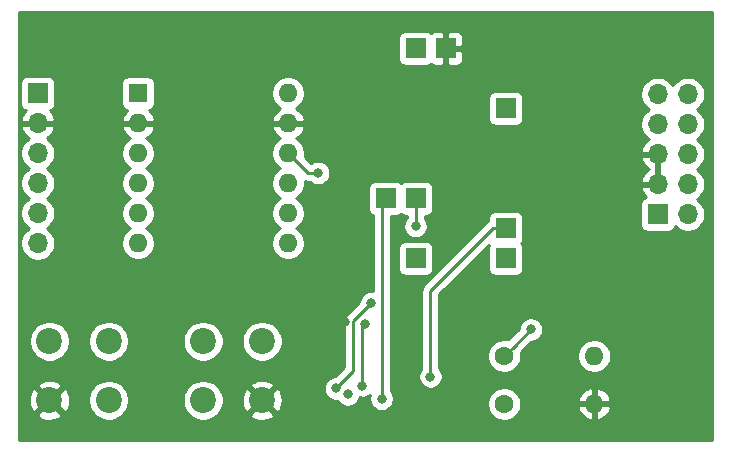
<source format=gbr>
G04 #@! TF.GenerationSoftware,KiCad,Pcbnew,(5.1.5)-3*
G04 #@! TF.CreationDate,2020-02-17T19:36:34-06:00*
G04 #@! TF.ProjectId,ledgrid_programmer,6c656467-7269-4645-9f70-726f6772616d,rev?*
G04 #@! TF.SameCoordinates,Original*
G04 #@! TF.FileFunction,Copper,L2,Bot*
G04 #@! TF.FilePolarity,Positive*
%FSLAX46Y46*%
G04 Gerber Fmt 4.6, Leading zero omitted, Abs format (unit mm)*
G04 Created by KiCad (PCBNEW (5.1.5)-3) date 2020-02-17 19:36:34*
%MOMM*%
%LPD*%
G04 APERTURE LIST*
%ADD10C,2.200000*%
%ADD11O,1.600000X1.600000*%
%ADD12C,1.600000*%
%ADD13O,1.700000X1.700000*%
%ADD14R,1.700000X1.700000*%
%ADD15R,1.600000X1.600000*%
%ADD16C,0.800000*%
%ADD17C,0.250000*%
%ADD18C,0.254000*%
G04 APERTURE END LIST*
D10*
X98750000Y-106000000D03*
X93750000Y-106000000D03*
X98750000Y-101000000D03*
X93750000Y-101000000D03*
X85750000Y-106000000D03*
X80750000Y-106000000D03*
X85750000Y-101000000D03*
X80750000Y-101000000D03*
D11*
X126870000Y-106300000D03*
D12*
X119250000Y-106300000D03*
D11*
X126870000Y-102250000D03*
D12*
X119250000Y-102250000D03*
D13*
X79750000Y-92700000D03*
X79750000Y-90160000D03*
X79750000Y-87620000D03*
X79750000Y-85080000D03*
X79750000Y-82540000D03*
D14*
X79750000Y-80000000D03*
D11*
X100950000Y-80000000D03*
X88250000Y-92700000D03*
X100950000Y-82540000D03*
X88250000Y-90160000D03*
X100950000Y-85080000D03*
X88250000Y-87620000D03*
X100950000Y-87620000D03*
X88250000Y-85080000D03*
X100950000Y-90160000D03*
X88250000Y-82540000D03*
X100950000Y-92700000D03*
D15*
X88250000Y-80000000D03*
D14*
X119380000Y-81280000D03*
X114300000Y-76200000D03*
X111760000Y-76200000D03*
X111760000Y-88900000D03*
X119380000Y-91440000D03*
D13*
X134790000Y-80090000D03*
X132250000Y-80090000D03*
X134790000Y-82630000D03*
X132250000Y-82630000D03*
X134790000Y-85170000D03*
X132250000Y-85170000D03*
X134790000Y-87710000D03*
X132250000Y-87710000D03*
X134790000Y-90250000D03*
D14*
X132250000Y-90250000D03*
X119380000Y-93980000D03*
X111760000Y-93980000D03*
X109220000Y-88900000D03*
D16*
X121500000Y-100000000D03*
X105750000Y-99399500D03*
X108875000Y-105875000D03*
X103500000Y-86750000D03*
X107250000Y-104750000D03*
X107500000Y-99500000D03*
X106000000Y-105500000D03*
X113000000Y-104000000D03*
X111750000Y-91250000D03*
X108000000Y-97750000D03*
X105000000Y-105000000D03*
D17*
X119250000Y-102250000D02*
X120049999Y-101450001D01*
X120049999Y-101450001D02*
X121500000Y-100000000D01*
X121500000Y-100000000D02*
X121500000Y-100000000D01*
X108875000Y-89245000D02*
X109220000Y-88900000D01*
X108875000Y-105875000D02*
X108875000Y-89245000D01*
X102620000Y-86750000D02*
X100950000Y-85080000D01*
X103500000Y-86750000D02*
X102620000Y-86750000D01*
X107250000Y-104750000D02*
X107250000Y-99750000D01*
X107250000Y-99750000D02*
X107500000Y-99500000D01*
X107500000Y-99500000D02*
X107500000Y-99500000D01*
X106000000Y-105500000D02*
X106000000Y-105500000D01*
X118280000Y-91440000D02*
X119380000Y-91440000D01*
X113000000Y-96720000D02*
X118280000Y-91440000D01*
X113000000Y-104000000D02*
X113000000Y-96720000D01*
X111760000Y-88900000D02*
X111760000Y-88990000D01*
X111760000Y-88990000D02*
X111750000Y-89000000D01*
X111750000Y-89000000D02*
X111750000Y-91250000D01*
X111750000Y-91250000D02*
X111750000Y-91250000D01*
X106475001Y-99274999D02*
X106475001Y-103524999D01*
X108000000Y-97750000D02*
X106475001Y-99274999D01*
X106475001Y-103524999D02*
X105000000Y-105000000D01*
X105000000Y-105000000D02*
X105000000Y-105000000D01*
D18*
G36*
X136840001Y-109340000D02*
G01*
X78160000Y-109340000D01*
X78160000Y-107206712D01*
X79722893Y-107206712D01*
X79830726Y-107481338D01*
X80137384Y-107632216D01*
X80467585Y-107720369D01*
X80808639Y-107742409D01*
X81147439Y-107697489D01*
X81470966Y-107587336D01*
X81669274Y-107481338D01*
X81777107Y-107206712D01*
X80750000Y-106179605D01*
X79722893Y-107206712D01*
X78160000Y-107206712D01*
X78160000Y-106058639D01*
X79007591Y-106058639D01*
X79052511Y-106397439D01*
X79162664Y-106720966D01*
X79268662Y-106919274D01*
X79543288Y-107027107D01*
X80570395Y-106000000D01*
X80929605Y-106000000D01*
X81956712Y-107027107D01*
X82231338Y-106919274D01*
X82382216Y-106612616D01*
X82470369Y-106282415D01*
X82492409Y-105941361D01*
X82477528Y-105829117D01*
X84015000Y-105829117D01*
X84015000Y-106170883D01*
X84081675Y-106506081D01*
X84212463Y-106821831D01*
X84402337Y-107105998D01*
X84644002Y-107347663D01*
X84928169Y-107537537D01*
X85243919Y-107668325D01*
X85579117Y-107735000D01*
X85920883Y-107735000D01*
X86256081Y-107668325D01*
X86571831Y-107537537D01*
X86855998Y-107347663D01*
X87097663Y-107105998D01*
X87287537Y-106821831D01*
X87418325Y-106506081D01*
X87485000Y-106170883D01*
X87485000Y-105829117D01*
X92015000Y-105829117D01*
X92015000Y-106170883D01*
X92081675Y-106506081D01*
X92212463Y-106821831D01*
X92402337Y-107105998D01*
X92644002Y-107347663D01*
X92928169Y-107537537D01*
X93243919Y-107668325D01*
X93579117Y-107735000D01*
X93920883Y-107735000D01*
X94256081Y-107668325D01*
X94571831Y-107537537D01*
X94855998Y-107347663D01*
X94996949Y-107206712D01*
X97722893Y-107206712D01*
X97830726Y-107481338D01*
X98137384Y-107632216D01*
X98467585Y-107720369D01*
X98808639Y-107742409D01*
X99147439Y-107697489D01*
X99470966Y-107587336D01*
X99669274Y-107481338D01*
X99777107Y-107206712D01*
X98750000Y-106179605D01*
X97722893Y-107206712D01*
X94996949Y-107206712D01*
X95097663Y-107105998D01*
X95287537Y-106821831D01*
X95418325Y-106506081D01*
X95485000Y-106170883D01*
X95485000Y-106058639D01*
X97007591Y-106058639D01*
X97052511Y-106397439D01*
X97162664Y-106720966D01*
X97268662Y-106919274D01*
X97543288Y-107027107D01*
X98570395Y-106000000D01*
X98929605Y-106000000D01*
X99956712Y-107027107D01*
X100231338Y-106919274D01*
X100382216Y-106612616D01*
X100470369Y-106282415D01*
X100492409Y-105941361D01*
X100447489Y-105602561D01*
X100337336Y-105279034D01*
X100231338Y-105080726D01*
X99956712Y-104972893D01*
X98929605Y-106000000D01*
X98570395Y-106000000D01*
X97543288Y-104972893D01*
X97268662Y-105080726D01*
X97117784Y-105387384D01*
X97029631Y-105717585D01*
X97007591Y-106058639D01*
X95485000Y-106058639D01*
X95485000Y-105829117D01*
X95418325Y-105493919D01*
X95287537Y-105178169D01*
X95097663Y-104894002D01*
X94996949Y-104793288D01*
X97722893Y-104793288D01*
X98750000Y-105820395D01*
X99672334Y-104898061D01*
X103965000Y-104898061D01*
X103965000Y-105101939D01*
X104004774Y-105301898D01*
X104082795Y-105490256D01*
X104196063Y-105659774D01*
X104340226Y-105803937D01*
X104509744Y-105917205D01*
X104698102Y-105995226D01*
X104898061Y-106035000D01*
X105101939Y-106035000D01*
X105111430Y-106033112D01*
X105196063Y-106159774D01*
X105340226Y-106303937D01*
X105509744Y-106417205D01*
X105698102Y-106495226D01*
X105898061Y-106535000D01*
X106101939Y-106535000D01*
X106301898Y-106495226D01*
X106490256Y-106417205D01*
X106659774Y-106303937D01*
X106803937Y-106159774D01*
X106917205Y-105990256D01*
X106995226Y-105801898D01*
X107004276Y-105756400D01*
X107148061Y-105785000D01*
X107351939Y-105785000D01*
X107551898Y-105745226D01*
X107740256Y-105667205D01*
X107879572Y-105574117D01*
X107840000Y-105773061D01*
X107840000Y-105976939D01*
X107879774Y-106176898D01*
X107957795Y-106365256D01*
X108071063Y-106534774D01*
X108215226Y-106678937D01*
X108384744Y-106792205D01*
X108573102Y-106870226D01*
X108773061Y-106910000D01*
X108976939Y-106910000D01*
X109176898Y-106870226D01*
X109365256Y-106792205D01*
X109534774Y-106678937D01*
X109678937Y-106534774D01*
X109792205Y-106365256D01*
X109870226Y-106176898D01*
X109873852Y-106158665D01*
X117815000Y-106158665D01*
X117815000Y-106441335D01*
X117870147Y-106718574D01*
X117978320Y-106979727D01*
X118135363Y-107214759D01*
X118335241Y-107414637D01*
X118570273Y-107571680D01*
X118831426Y-107679853D01*
X119108665Y-107735000D01*
X119391335Y-107735000D01*
X119668574Y-107679853D01*
X119929727Y-107571680D01*
X120164759Y-107414637D01*
X120364637Y-107214759D01*
X120521680Y-106979727D01*
X120629853Y-106718574D01*
X120643684Y-106649039D01*
X125478096Y-106649039D01*
X125518754Y-106783087D01*
X125638963Y-107037420D01*
X125806481Y-107263414D01*
X126014869Y-107452385D01*
X126256119Y-107597070D01*
X126520960Y-107691909D01*
X126743000Y-107570624D01*
X126743000Y-106427000D01*
X126997000Y-106427000D01*
X126997000Y-107570624D01*
X127219040Y-107691909D01*
X127483881Y-107597070D01*
X127725131Y-107452385D01*
X127933519Y-107263414D01*
X128101037Y-107037420D01*
X128221246Y-106783087D01*
X128261904Y-106649039D01*
X128139915Y-106427000D01*
X126997000Y-106427000D01*
X126743000Y-106427000D01*
X125600085Y-106427000D01*
X125478096Y-106649039D01*
X120643684Y-106649039D01*
X120685000Y-106441335D01*
X120685000Y-106158665D01*
X120643685Y-105950961D01*
X125478096Y-105950961D01*
X125600085Y-106173000D01*
X126743000Y-106173000D01*
X126743000Y-105029376D01*
X126997000Y-105029376D01*
X126997000Y-106173000D01*
X128139915Y-106173000D01*
X128261904Y-105950961D01*
X128221246Y-105816913D01*
X128101037Y-105562580D01*
X127933519Y-105336586D01*
X127725131Y-105147615D01*
X127483881Y-105002930D01*
X127219040Y-104908091D01*
X126997000Y-105029376D01*
X126743000Y-105029376D01*
X126520960Y-104908091D01*
X126256119Y-105002930D01*
X126014869Y-105147615D01*
X125806481Y-105336586D01*
X125638963Y-105562580D01*
X125518754Y-105816913D01*
X125478096Y-105950961D01*
X120643685Y-105950961D01*
X120629853Y-105881426D01*
X120521680Y-105620273D01*
X120364637Y-105385241D01*
X120164759Y-105185363D01*
X119929727Y-105028320D01*
X119668574Y-104920147D01*
X119391335Y-104865000D01*
X119108665Y-104865000D01*
X118831426Y-104920147D01*
X118570273Y-105028320D01*
X118335241Y-105185363D01*
X118135363Y-105385241D01*
X117978320Y-105620273D01*
X117870147Y-105881426D01*
X117815000Y-106158665D01*
X109873852Y-106158665D01*
X109910000Y-105976939D01*
X109910000Y-105773061D01*
X109870226Y-105573102D01*
X109792205Y-105384744D01*
X109678937Y-105215226D01*
X109635000Y-105171289D01*
X109635000Y-103898061D01*
X111965000Y-103898061D01*
X111965000Y-104101939D01*
X112004774Y-104301898D01*
X112082795Y-104490256D01*
X112196063Y-104659774D01*
X112340226Y-104803937D01*
X112509744Y-104917205D01*
X112698102Y-104995226D01*
X112898061Y-105035000D01*
X113101939Y-105035000D01*
X113301898Y-104995226D01*
X113490256Y-104917205D01*
X113659774Y-104803937D01*
X113803937Y-104659774D01*
X113917205Y-104490256D01*
X113995226Y-104301898D01*
X114035000Y-104101939D01*
X114035000Y-103898061D01*
X113995226Y-103698102D01*
X113917205Y-103509744D01*
X113803937Y-103340226D01*
X113760000Y-103296289D01*
X113760000Y-102108665D01*
X117815000Y-102108665D01*
X117815000Y-102391335D01*
X117870147Y-102668574D01*
X117978320Y-102929727D01*
X118135363Y-103164759D01*
X118335241Y-103364637D01*
X118570273Y-103521680D01*
X118831426Y-103629853D01*
X119108665Y-103685000D01*
X119391335Y-103685000D01*
X119668574Y-103629853D01*
X119929727Y-103521680D01*
X120164759Y-103364637D01*
X120364637Y-103164759D01*
X120521680Y-102929727D01*
X120629853Y-102668574D01*
X120685000Y-102391335D01*
X120685000Y-102108665D01*
X125435000Y-102108665D01*
X125435000Y-102391335D01*
X125490147Y-102668574D01*
X125598320Y-102929727D01*
X125755363Y-103164759D01*
X125955241Y-103364637D01*
X126190273Y-103521680D01*
X126451426Y-103629853D01*
X126728665Y-103685000D01*
X127011335Y-103685000D01*
X127288574Y-103629853D01*
X127549727Y-103521680D01*
X127784759Y-103364637D01*
X127984637Y-103164759D01*
X128141680Y-102929727D01*
X128249853Y-102668574D01*
X128305000Y-102391335D01*
X128305000Y-102108665D01*
X128249853Y-101831426D01*
X128141680Y-101570273D01*
X127984637Y-101335241D01*
X127784759Y-101135363D01*
X127549727Y-100978320D01*
X127288574Y-100870147D01*
X127011335Y-100815000D01*
X126728665Y-100815000D01*
X126451426Y-100870147D01*
X126190273Y-100978320D01*
X125955241Y-101135363D01*
X125755363Y-101335241D01*
X125598320Y-101570273D01*
X125490147Y-101831426D01*
X125435000Y-102108665D01*
X120685000Y-102108665D01*
X120648688Y-101926113D01*
X121539802Y-101035000D01*
X121601939Y-101035000D01*
X121801898Y-100995226D01*
X121990256Y-100917205D01*
X122159774Y-100803937D01*
X122303937Y-100659774D01*
X122417205Y-100490256D01*
X122495226Y-100301898D01*
X122535000Y-100101939D01*
X122535000Y-99898061D01*
X122495226Y-99698102D01*
X122417205Y-99509744D01*
X122303937Y-99340226D01*
X122159774Y-99196063D01*
X121990256Y-99082795D01*
X121801898Y-99004774D01*
X121601939Y-98965000D01*
X121398061Y-98965000D01*
X121198102Y-99004774D01*
X121009744Y-99082795D01*
X120840226Y-99196063D01*
X120696063Y-99340226D01*
X120582795Y-99509744D01*
X120504774Y-99698102D01*
X120465000Y-99898061D01*
X120465000Y-99960198D01*
X119573887Y-100851312D01*
X119391335Y-100815000D01*
X119108665Y-100815000D01*
X118831426Y-100870147D01*
X118570273Y-100978320D01*
X118335241Y-101135363D01*
X118135363Y-101335241D01*
X117978320Y-101570273D01*
X117870147Y-101831426D01*
X117815000Y-102108665D01*
X113760000Y-102108665D01*
X113760000Y-97034801D01*
X117976689Y-92818113D01*
X117940498Y-92885820D01*
X117904188Y-93005518D01*
X117891928Y-93130000D01*
X117891928Y-94830000D01*
X117904188Y-94954482D01*
X117940498Y-95074180D01*
X117999463Y-95184494D01*
X118078815Y-95281185D01*
X118175506Y-95360537D01*
X118285820Y-95419502D01*
X118405518Y-95455812D01*
X118530000Y-95468072D01*
X120230000Y-95468072D01*
X120354482Y-95455812D01*
X120474180Y-95419502D01*
X120584494Y-95360537D01*
X120681185Y-95281185D01*
X120760537Y-95184494D01*
X120819502Y-95074180D01*
X120855812Y-94954482D01*
X120868072Y-94830000D01*
X120868072Y-93130000D01*
X120855812Y-93005518D01*
X120819502Y-92885820D01*
X120760537Y-92775506D01*
X120706778Y-92710000D01*
X120760537Y-92644494D01*
X120819502Y-92534180D01*
X120855812Y-92414482D01*
X120868072Y-92290000D01*
X120868072Y-90590000D01*
X120855812Y-90465518D01*
X120819502Y-90345820D01*
X120760537Y-90235506D01*
X120681185Y-90138815D01*
X120584494Y-90059463D01*
X120474180Y-90000498D01*
X120354482Y-89964188D01*
X120230000Y-89951928D01*
X118530000Y-89951928D01*
X118405518Y-89964188D01*
X118285820Y-90000498D01*
X118175506Y-90059463D01*
X118078815Y-90138815D01*
X117999463Y-90235506D01*
X117940498Y-90345820D01*
X117904188Y-90465518D01*
X117891928Y-90590000D01*
X117891928Y-90785674D01*
X117855724Y-90805026D01*
X117739999Y-90899999D01*
X117716201Y-90928997D01*
X112488998Y-96156201D01*
X112460000Y-96179999D01*
X112436202Y-96208997D01*
X112436201Y-96208998D01*
X112365026Y-96295724D01*
X112294454Y-96427754D01*
X112250998Y-96571015D01*
X112236324Y-96720000D01*
X112240001Y-96757332D01*
X112240000Y-103296289D01*
X112196063Y-103340226D01*
X112082795Y-103509744D01*
X112004774Y-103698102D01*
X111965000Y-103898061D01*
X109635000Y-103898061D01*
X109635000Y-93130000D01*
X110271928Y-93130000D01*
X110271928Y-94830000D01*
X110284188Y-94954482D01*
X110320498Y-95074180D01*
X110379463Y-95184494D01*
X110458815Y-95281185D01*
X110555506Y-95360537D01*
X110665820Y-95419502D01*
X110785518Y-95455812D01*
X110910000Y-95468072D01*
X112610000Y-95468072D01*
X112734482Y-95455812D01*
X112854180Y-95419502D01*
X112964494Y-95360537D01*
X113061185Y-95281185D01*
X113140537Y-95184494D01*
X113199502Y-95074180D01*
X113235812Y-94954482D01*
X113248072Y-94830000D01*
X113248072Y-93130000D01*
X113235812Y-93005518D01*
X113199502Y-92885820D01*
X113140537Y-92775506D01*
X113061185Y-92678815D01*
X112964494Y-92599463D01*
X112854180Y-92540498D01*
X112734482Y-92504188D01*
X112610000Y-92491928D01*
X110910000Y-92491928D01*
X110785518Y-92504188D01*
X110665820Y-92540498D01*
X110555506Y-92599463D01*
X110458815Y-92678815D01*
X110379463Y-92775506D01*
X110320498Y-92885820D01*
X110284188Y-93005518D01*
X110271928Y-93130000D01*
X109635000Y-93130000D01*
X109635000Y-90388072D01*
X110070000Y-90388072D01*
X110194482Y-90375812D01*
X110314180Y-90339502D01*
X110424494Y-90280537D01*
X110490000Y-90226778D01*
X110555506Y-90280537D01*
X110665820Y-90339502D01*
X110785518Y-90375812D01*
X110910000Y-90388072D01*
X110990001Y-90388072D01*
X110990001Y-90546288D01*
X110946063Y-90590226D01*
X110832795Y-90759744D01*
X110754774Y-90948102D01*
X110715000Y-91148061D01*
X110715000Y-91351939D01*
X110754774Y-91551898D01*
X110832795Y-91740256D01*
X110946063Y-91909774D01*
X111090226Y-92053937D01*
X111259744Y-92167205D01*
X111448102Y-92245226D01*
X111648061Y-92285000D01*
X111851939Y-92285000D01*
X112051898Y-92245226D01*
X112240256Y-92167205D01*
X112409774Y-92053937D01*
X112553937Y-91909774D01*
X112667205Y-91740256D01*
X112745226Y-91551898D01*
X112785000Y-91351939D01*
X112785000Y-91148061D01*
X112745226Y-90948102D01*
X112667205Y-90759744D01*
X112553937Y-90590226D01*
X112510000Y-90546289D01*
X112510000Y-90388072D01*
X112610000Y-90388072D01*
X112734482Y-90375812D01*
X112854180Y-90339502D01*
X112964494Y-90280537D01*
X113061185Y-90201185D01*
X113140537Y-90104494D01*
X113199502Y-89994180D01*
X113235812Y-89874482D01*
X113248072Y-89750000D01*
X113248072Y-89400000D01*
X130761928Y-89400000D01*
X130761928Y-91100000D01*
X130774188Y-91224482D01*
X130810498Y-91344180D01*
X130869463Y-91454494D01*
X130948815Y-91551185D01*
X131045506Y-91630537D01*
X131155820Y-91689502D01*
X131275518Y-91725812D01*
X131400000Y-91738072D01*
X133100000Y-91738072D01*
X133224482Y-91725812D01*
X133344180Y-91689502D01*
X133454494Y-91630537D01*
X133551185Y-91551185D01*
X133630537Y-91454494D01*
X133689502Y-91344180D01*
X133711513Y-91271620D01*
X133843368Y-91403475D01*
X134086589Y-91565990D01*
X134356842Y-91677932D01*
X134643740Y-91735000D01*
X134936260Y-91735000D01*
X135223158Y-91677932D01*
X135493411Y-91565990D01*
X135736632Y-91403475D01*
X135943475Y-91196632D01*
X136105990Y-90953411D01*
X136217932Y-90683158D01*
X136275000Y-90396260D01*
X136275000Y-90103740D01*
X136217932Y-89816842D01*
X136105990Y-89546589D01*
X135943475Y-89303368D01*
X135736632Y-89096525D01*
X135562240Y-88980000D01*
X135736632Y-88863475D01*
X135943475Y-88656632D01*
X136105990Y-88413411D01*
X136217932Y-88143158D01*
X136275000Y-87856260D01*
X136275000Y-87563740D01*
X136217932Y-87276842D01*
X136105990Y-87006589D01*
X135943475Y-86763368D01*
X135736632Y-86556525D01*
X135562240Y-86440000D01*
X135736632Y-86323475D01*
X135943475Y-86116632D01*
X136105990Y-85873411D01*
X136217932Y-85603158D01*
X136275000Y-85316260D01*
X136275000Y-85023740D01*
X136217932Y-84736842D01*
X136105990Y-84466589D01*
X135943475Y-84223368D01*
X135736632Y-84016525D01*
X135562240Y-83900000D01*
X135736632Y-83783475D01*
X135943475Y-83576632D01*
X136105990Y-83333411D01*
X136217932Y-83063158D01*
X136275000Y-82776260D01*
X136275000Y-82483740D01*
X136217932Y-82196842D01*
X136105990Y-81926589D01*
X135943475Y-81683368D01*
X135736632Y-81476525D01*
X135562240Y-81360000D01*
X135736632Y-81243475D01*
X135943475Y-81036632D01*
X136105990Y-80793411D01*
X136217932Y-80523158D01*
X136275000Y-80236260D01*
X136275000Y-79943740D01*
X136217932Y-79656842D01*
X136105990Y-79386589D01*
X135943475Y-79143368D01*
X135736632Y-78936525D01*
X135493411Y-78774010D01*
X135223158Y-78662068D01*
X134936260Y-78605000D01*
X134643740Y-78605000D01*
X134356842Y-78662068D01*
X134086589Y-78774010D01*
X133843368Y-78936525D01*
X133636525Y-79143368D01*
X133520000Y-79317760D01*
X133403475Y-79143368D01*
X133196632Y-78936525D01*
X132953411Y-78774010D01*
X132683158Y-78662068D01*
X132396260Y-78605000D01*
X132103740Y-78605000D01*
X131816842Y-78662068D01*
X131546589Y-78774010D01*
X131303368Y-78936525D01*
X131096525Y-79143368D01*
X130934010Y-79386589D01*
X130822068Y-79656842D01*
X130765000Y-79943740D01*
X130765000Y-80236260D01*
X130822068Y-80523158D01*
X130934010Y-80793411D01*
X131096525Y-81036632D01*
X131303368Y-81243475D01*
X131477760Y-81360000D01*
X131303368Y-81476525D01*
X131096525Y-81683368D01*
X130934010Y-81926589D01*
X130822068Y-82196842D01*
X130765000Y-82483740D01*
X130765000Y-82776260D01*
X130822068Y-83063158D01*
X130934010Y-83333411D01*
X131096525Y-83576632D01*
X131303368Y-83783475D01*
X131485534Y-83905195D01*
X131368645Y-83974822D01*
X131152412Y-84169731D01*
X130978359Y-84403080D01*
X130853175Y-84665901D01*
X130808524Y-84813110D01*
X130929845Y-85043000D01*
X132123000Y-85043000D01*
X132123000Y-85023000D01*
X132377000Y-85023000D01*
X132377000Y-85043000D01*
X132397000Y-85043000D01*
X132397000Y-85297000D01*
X132377000Y-85297000D01*
X132377000Y-87583000D01*
X132397000Y-87583000D01*
X132397000Y-87837000D01*
X132377000Y-87837000D01*
X132377000Y-87857000D01*
X132123000Y-87857000D01*
X132123000Y-87837000D01*
X130929845Y-87837000D01*
X130808524Y-88066890D01*
X130853175Y-88214099D01*
X130978359Y-88476920D01*
X131152412Y-88710269D01*
X131236466Y-88786034D01*
X131155820Y-88810498D01*
X131045506Y-88869463D01*
X130948815Y-88948815D01*
X130869463Y-89045506D01*
X130810498Y-89155820D01*
X130774188Y-89275518D01*
X130761928Y-89400000D01*
X113248072Y-89400000D01*
X113248072Y-88050000D01*
X113235812Y-87925518D01*
X113199502Y-87805820D01*
X113140537Y-87695506D01*
X113061185Y-87598815D01*
X112964494Y-87519463D01*
X112854180Y-87460498D01*
X112734482Y-87424188D01*
X112610000Y-87411928D01*
X110910000Y-87411928D01*
X110785518Y-87424188D01*
X110665820Y-87460498D01*
X110555506Y-87519463D01*
X110490000Y-87573222D01*
X110424494Y-87519463D01*
X110314180Y-87460498D01*
X110194482Y-87424188D01*
X110070000Y-87411928D01*
X108370000Y-87411928D01*
X108245518Y-87424188D01*
X108125820Y-87460498D01*
X108015506Y-87519463D01*
X107918815Y-87598815D01*
X107839463Y-87695506D01*
X107780498Y-87805820D01*
X107744188Y-87925518D01*
X107731928Y-88050000D01*
X107731928Y-89750000D01*
X107744188Y-89874482D01*
X107780498Y-89994180D01*
X107839463Y-90104494D01*
X107918815Y-90201185D01*
X108015506Y-90280537D01*
X108115001Y-90333719D01*
X108115001Y-96717598D01*
X108101939Y-96715000D01*
X107898061Y-96715000D01*
X107698102Y-96754774D01*
X107509744Y-96832795D01*
X107340226Y-96946063D01*
X107196063Y-97090226D01*
X107082795Y-97259744D01*
X107004774Y-97448102D01*
X106965000Y-97648061D01*
X106965000Y-97710198D01*
X105964004Y-98711195D01*
X105935000Y-98734998D01*
X105893965Y-98785000D01*
X105840027Y-98850723D01*
X105794338Y-98936201D01*
X105769455Y-98982753D01*
X105725998Y-99126014D01*
X105715001Y-99237667D01*
X105715001Y-99237677D01*
X105711325Y-99274999D01*
X105715001Y-99312322D01*
X105715002Y-103210195D01*
X104960198Y-103965000D01*
X104898061Y-103965000D01*
X104698102Y-104004774D01*
X104509744Y-104082795D01*
X104340226Y-104196063D01*
X104196063Y-104340226D01*
X104082795Y-104509744D01*
X104004774Y-104698102D01*
X103965000Y-104898061D01*
X99672334Y-104898061D01*
X99777107Y-104793288D01*
X99669274Y-104518662D01*
X99362616Y-104367784D01*
X99032415Y-104279631D01*
X98691361Y-104257591D01*
X98352561Y-104302511D01*
X98029034Y-104412664D01*
X97830726Y-104518662D01*
X97722893Y-104793288D01*
X94996949Y-104793288D01*
X94855998Y-104652337D01*
X94571831Y-104462463D01*
X94256081Y-104331675D01*
X93920883Y-104265000D01*
X93579117Y-104265000D01*
X93243919Y-104331675D01*
X92928169Y-104462463D01*
X92644002Y-104652337D01*
X92402337Y-104894002D01*
X92212463Y-105178169D01*
X92081675Y-105493919D01*
X92015000Y-105829117D01*
X87485000Y-105829117D01*
X87418325Y-105493919D01*
X87287537Y-105178169D01*
X87097663Y-104894002D01*
X86855998Y-104652337D01*
X86571831Y-104462463D01*
X86256081Y-104331675D01*
X85920883Y-104265000D01*
X85579117Y-104265000D01*
X85243919Y-104331675D01*
X84928169Y-104462463D01*
X84644002Y-104652337D01*
X84402337Y-104894002D01*
X84212463Y-105178169D01*
X84081675Y-105493919D01*
X84015000Y-105829117D01*
X82477528Y-105829117D01*
X82447489Y-105602561D01*
X82337336Y-105279034D01*
X82231338Y-105080726D01*
X81956712Y-104972893D01*
X80929605Y-106000000D01*
X80570395Y-106000000D01*
X79543288Y-104972893D01*
X79268662Y-105080726D01*
X79117784Y-105387384D01*
X79029631Y-105717585D01*
X79007591Y-106058639D01*
X78160000Y-106058639D01*
X78160000Y-104793288D01*
X79722893Y-104793288D01*
X80750000Y-105820395D01*
X81777107Y-104793288D01*
X81669274Y-104518662D01*
X81362616Y-104367784D01*
X81032415Y-104279631D01*
X80691361Y-104257591D01*
X80352561Y-104302511D01*
X80029034Y-104412664D01*
X79830726Y-104518662D01*
X79722893Y-104793288D01*
X78160000Y-104793288D01*
X78160000Y-100829117D01*
X79015000Y-100829117D01*
X79015000Y-101170883D01*
X79081675Y-101506081D01*
X79212463Y-101821831D01*
X79402337Y-102105998D01*
X79644002Y-102347663D01*
X79928169Y-102537537D01*
X80243919Y-102668325D01*
X80579117Y-102735000D01*
X80920883Y-102735000D01*
X81256081Y-102668325D01*
X81571831Y-102537537D01*
X81855998Y-102347663D01*
X82097663Y-102105998D01*
X82287537Y-101821831D01*
X82418325Y-101506081D01*
X82485000Y-101170883D01*
X82485000Y-100829117D01*
X84015000Y-100829117D01*
X84015000Y-101170883D01*
X84081675Y-101506081D01*
X84212463Y-101821831D01*
X84402337Y-102105998D01*
X84644002Y-102347663D01*
X84928169Y-102537537D01*
X85243919Y-102668325D01*
X85579117Y-102735000D01*
X85920883Y-102735000D01*
X86256081Y-102668325D01*
X86571831Y-102537537D01*
X86855998Y-102347663D01*
X87097663Y-102105998D01*
X87287537Y-101821831D01*
X87418325Y-101506081D01*
X87485000Y-101170883D01*
X87485000Y-100829117D01*
X92015000Y-100829117D01*
X92015000Y-101170883D01*
X92081675Y-101506081D01*
X92212463Y-101821831D01*
X92402337Y-102105998D01*
X92644002Y-102347663D01*
X92928169Y-102537537D01*
X93243919Y-102668325D01*
X93579117Y-102735000D01*
X93920883Y-102735000D01*
X94256081Y-102668325D01*
X94571831Y-102537537D01*
X94855998Y-102347663D01*
X95097663Y-102105998D01*
X95287537Y-101821831D01*
X95418325Y-101506081D01*
X95485000Y-101170883D01*
X95485000Y-100829117D01*
X97015000Y-100829117D01*
X97015000Y-101170883D01*
X97081675Y-101506081D01*
X97212463Y-101821831D01*
X97402337Y-102105998D01*
X97644002Y-102347663D01*
X97928169Y-102537537D01*
X98243919Y-102668325D01*
X98579117Y-102735000D01*
X98920883Y-102735000D01*
X99256081Y-102668325D01*
X99571831Y-102537537D01*
X99855998Y-102347663D01*
X100097663Y-102105998D01*
X100287537Y-101821831D01*
X100418325Y-101506081D01*
X100485000Y-101170883D01*
X100485000Y-100829117D01*
X100418325Y-100493919D01*
X100287537Y-100178169D01*
X100097663Y-99894002D01*
X99855998Y-99652337D01*
X99571831Y-99462463D01*
X99256081Y-99331675D01*
X98920883Y-99265000D01*
X98579117Y-99265000D01*
X98243919Y-99331675D01*
X97928169Y-99462463D01*
X97644002Y-99652337D01*
X97402337Y-99894002D01*
X97212463Y-100178169D01*
X97081675Y-100493919D01*
X97015000Y-100829117D01*
X95485000Y-100829117D01*
X95418325Y-100493919D01*
X95287537Y-100178169D01*
X95097663Y-99894002D01*
X94855998Y-99652337D01*
X94571831Y-99462463D01*
X94256081Y-99331675D01*
X93920883Y-99265000D01*
X93579117Y-99265000D01*
X93243919Y-99331675D01*
X92928169Y-99462463D01*
X92644002Y-99652337D01*
X92402337Y-99894002D01*
X92212463Y-100178169D01*
X92081675Y-100493919D01*
X92015000Y-100829117D01*
X87485000Y-100829117D01*
X87418325Y-100493919D01*
X87287537Y-100178169D01*
X87097663Y-99894002D01*
X86855998Y-99652337D01*
X86571831Y-99462463D01*
X86256081Y-99331675D01*
X85920883Y-99265000D01*
X85579117Y-99265000D01*
X85243919Y-99331675D01*
X84928169Y-99462463D01*
X84644002Y-99652337D01*
X84402337Y-99894002D01*
X84212463Y-100178169D01*
X84081675Y-100493919D01*
X84015000Y-100829117D01*
X82485000Y-100829117D01*
X82418325Y-100493919D01*
X82287537Y-100178169D01*
X82097663Y-99894002D01*
X81855998Y-99652337D01*
X81571831Y-99462463D01*
X81256081Y-99331675D01*
X80920883Y-99265000D01*
X80579117Y-99265000D01*
X80243919Y-99331675D01*
X79928169Y-99462463D01*
X79644002Y-99652337D01*
X79402337Y-99894002D01*
X79212463Y-100178169D01*
X79081675Y-100493919D01*
X79015000Y-100829117D01*
X78160000Y-100829117D01*
X78160000Y-84933740D01*
X78265000Y-84933740D01*
X78265000Y-85226260D01*
X78322068Y-85513158D01*
X78434010Y-85783411D01*
X78596525Y-86026632D01*
X78803368Y-86233475D01*
X78977760Y-86350000D01*
X78803368Y-86466525D01*
X78596525Y-86673368D01*
X78434010Y-86916589D01*
X78322068Y-87186842D01*
X78265000Y-87473740D01*
X78265000Y-87766260D01*
X78322068Y-88053158D01*
X78434010Y-88323411D01*
X78596525Y-88566632D01*
X78803368Y-88773475D01*
X78977760Y-88890000D01*
X78803368Y-89006525D01*
X78596525Y-89213368D01*
X78434010Y-89456589D01*
X78322068Y-89726842D01*
X78265000Y-90013740D01*
X78265000Y-90306260D01*
X78322068Y-90593158D01*
X78434010Y-90863411D01*
X78596525Y-91106632D01*
X78803368Y-91313475D01*
X78977760Y-91430000D01*
X78803368Y-91546525D01*
X78596525Y-91753368D01*
X78434010Y-91996589D01*
X78322068Y-92266842D01*
X78265000Y-92553740D01*
X78265000Y-92846260D01*
X78322068Y-93133158D01*
X78434010Y-93403411D01*
X78596525Y-93646632D01*
X78803368Y-93853475D01*
X79046589Y-94015990D01*
X79316842Y-94127932D01*
X79603740Y-94185000D01*
X79896260Y-94185000D01*
X80183158Y-94127932D01*
X80453411Y-94015990D01*
X80696632Y-93853475D01*
X80903475Y-93646632D01*
X81065990Y-93403411D01*
X81177932Y-93133158D01*
X81235000Y-92846260D01*
X81235000Y-92553740D01*
X81177932Y-92266842D01*
X81065990Y-91996589D01*
X80903475Y-91753368D01*
X80696632Y-91546525D01*
X80522240Y-91430000D01*
X80696632Y-91313475D01*
X80903475Y-91106632D01*
X81065990Y-90863411D01*
X81177932Y-90593158D01*
X81235000Y-90306260D01*
X81235000Y-90013740D01*
X81177932Y-89726842D01*
X81065990Y-89456589D01*
X80903475Y-89213368D01*
X80696632Y-89006525D01*
X80522240Y-88890000D01*
X80696632Y-88773475D01*
X80903475Y-88566632D01*
X81065990Y-88323411D01*
X81177932Y-88053158D01*
X81235000Y-87766260D01*
X81235000Y-87473740D01*
X81177932Y-87186842D01*
X81065990Y-86916589D01*
X80903475Y-86673368D01*
X80696632Y-86466525D01*
X80522240Y-86350000D01*
X80696632Y-86233475D01*
X80903475Y-86026632D01*
X81065990Y-85783411D01*
X81177932Y-85513158D01*
X81235000Y-85226260D01*
X81235000Y-84938665D01*
X86815000Y-84938665D01*
X86815000Y-85221335D01*
X86870147Y-85498574D01*
X86978320Y-85759727D01*
X87135363Y-85994759D01*
X87335241Y-86194637D01*
X87567759Y-86350000D01*
X87335241Y-86505363D01*
X87135363Y-86705241D01*
X86978320Y-86940273D01*
X86870147Y-87201426D01*
X86815000Y-87478665D01*
X86815000Y-87761335D01*
X86870147Y-88038574D01*
X86978320Y-88299727D01*
X87135363Y-88534759D01*
X87335241Y-88734637D01*
X87567759Y-88890000D01*
X87335241Y-89045363D01*
X87135363Y-89245241D01*
X86978320Y-89480273D01*
X86870147Y-89741426D01*
X86815000Y-90018665D01*
X86815000Y-90301335D01*
X86870147Y-90578574D01*
X86978320Y-90839727D01*
X87135363Y-91074759D01*
X87335241Y-91274637D01*
X87567759Y-91430000D01*
X87335241Y-91585363D01*
X87135363Y-91785241D01*
X86978320Y-92020273D01*
X86870147Y-92281426D01*
X86815000Y-92558665D01*
X86815000Y-92841335D01*
X86870147Y-93118574D01*
X86978320Y-93379727D01*
X87135363Y-93614759D01*
X87335241Y-93814637D01*
X87570273Y-93971680D01*
X87831426Y-94079853D01*
X88108665Y-94135000D01*
X88391335Y-94135000D01*
X88668574Y-94079853D01*
X88929727Y-93971680D01*
X89164759Y-93814637D01*
X89364637Y-93614759D01*
X89521680Y-93379727D01*
X89629853Y-93118574D01*
X89685000Y-92841335D01*
X89685000Y-92558665D01*
X89629853Y-92281426D01*
X89521680Y-92020273D01*
X89364637Y-91785241D01*
X89164759Y-91585363D01*
X88932241Y-91430000D01*
X89164759Y-91274637D01*
X89364637Y-91074759D01*
X89521680Y-90839727D01*
X89629853Y-90578574D01*
X89685000Y-90301335D01*
X89685000Y-90018665D01*
X89629853Y-89741426D01*
X89521680Y-89480273D01*
X89364637Y-89245241D01*
X89164759Y-89045363D01*
X88932241Y-88890000D01*
X89164759Y-88734637D01*
X89364637Y-88534759D01*
X89521680Y-88299727D01*
X89629853Y-88038574D01*
X89685000Y-87761335D01*
X89685000Y-87478665D01*
X89629853Y-87201426D01*
X89521680Y-86940273D01*
X89364637Y-86705241D01*
X89164759Y-86505363D01*
X88932241Y-86350000D01*
X89164759Y-86194637D01*
X89364637Y-85994759D01*
X89521680Y-85759727D01*
X89629853Y-85498574D01*
X89685000Y-85221335D01*
X89685000Y-84938665D01*
X99515000Y-84938665D01*
X99515000Y-85221335D01*
X99570147Y-85498574D01*
X99678320Y-85759727D01*
X99835363Y-85994759D01*
X100035241Y-86194637D01*
X100267759Y-86350000D01*
X100035241Y-86505363D01*
X99835363Y-86705241D01*
X99678320Y-86940273D01*
X99570147Y-87201426D01*
X99515000Y-87478665D01*
X99515000Y-87761335D01*
X99570147Y-88038574D01*
X99678320Y-88299727D01*
X99835363Y-88534759D01*
X100035241Y-88734637D01*
X100267759Y-88890000D01*
X100035241Y-89045363D01*
X99835363Y-89245241D01*
X99678320Y-89480273D01*
X99570147Y-89741426D01*
X99515000Y-90018665D01*
X99515000Y-90301335D01*
X99570147Y-90578574D01*
X99678320Y-90839727D01*
X99835363Y-91074759D01*
X100035241Y-91274637D01*
X100267759Y-91430000D01*
X100035241Y-91585363D01*
X99835363Y-91785241D01*
X99678320Y-92020273D01*
X99570147Y-92281426D01*
X99515000Y-92558665D01*
X99515000Y-92841335D01*
X99570147Y-93118574D01*
X99678320Y-93379727D01*
X99835363Y-93614759D01*
X100035241Y-93814637D01*
X100270273Y-93971680D01*
X100531426Y-94079853D01*
X100808665Y-94135000D01*
X101091335Y-94135000D01*
X101368574Y-94079853D01*
X101629727Y-93971680D01*
X101864759Y-93814637D01*
X102064637Y-93614759D01*
X102221680Y-93379727D01*
X102329853Y-93118574D01*
X102385000Y-92841335D01*
X102385000Y-92558665D01*
X102329853Y-92281426D01*
X102221680Y-92020273D01*
X102064637Y-91785241D01*
X101864759Y-91585363D01*
X101632241Y-91430000D01*
X101864759Y-91274637D01*
X102064637Y-91074759D01*
X102221680Y-90839727D01*
X102329853Y-90578574D01*
X102385000Y-90301335D01*
X102385000Y-90018665D01*
X102329853Y-89741426D01*
X102221680Y-89480273D01*
X102064637Y-89245241D01*
X101864759Y-89045363D01*
X101632241Y-88890000D01*
X101864759Y-88734637D01*
X102064637Y-88534759D01*
X102221680Y-88299727D01*
X102329853Y-88038574D01*
X102385000Y-87761335D01*
X102385000Y-87478665D01*
X102383782Y-87472542D01*
X102471014Y-87499003D01*
X102582667Y-87510000D01*
X102582675Y-87510000D01*
X102620000Y-87513676D01*
X102657325Y-87510000D01*
X102796289Y-87510000D01*
X102840226Y-87553937D01*
X103009744Y-87667205D01*
X103198102Y-87745226D01*
X103398061Y-87785000D01*
X103601939Y-87785000D01*
X103801898Y-87745226D01*
X103990256Y-87667205D01*
X104159774Y-87553937D01*
X104303937Y-87409774D01*
X104417205Y-87240256D01*
X104495226Y-87051898D01*
X104535000Y-86851939D01*
X104535000Y-86648061D01*
X104495226Y-86448102D01*
X104417205Y-86259744D01*
X104303937Y-86090226D01*
X104159774Y-85946063D01*
X103990256Y-85832795D01*
X103801898Y-85754774D01*
X103601939Y-85715000D01*
X103398061Y-85715000D01*
X103198102Y-85754774D01*
X103009744Y-85832795D01*
X102870582Y-85925780D01*
X102471692Y-85526890D01*
X130808524Y-85526890D01*
X130853175Y-85674099D01*
X130978359Y-85936920D01*
X131152412Y-86170269D01*
X131368645Y-86365178D01*
X131494255Y-86440000D01*
X131368645Y-86514822D01*
X131152412Y-86709731D01*
X130978359Y-86943080D01*
X130853175Y-87205901D01*
X130808524Y-87353110D01*
X130929845Y-87583000D01*
X132123000Y-87583000D01*
X132123000Y-85297000D01*
X130929845Y-85297000D01*
X130808524Y-85526890D01*
X102471692Y-85526890D01*
X102348688Y-85403886D01*
X102385000Y-85221335D01*
X102385000Y-84938665D01*
X102329853Y-84661426D01*
X102221680Y-84400273D01*
X102064637Y-84165241D01*
X101864759Y-83965363D01*
X101629727Y-83808320D01*
X101619135Y-83803933D01*
X101805131Y-83692385D01*
X102013519Y-83503414D01*
X102181037Y-83277420D01*
X102301246Y-83023087D01*
X102341904Y-82889039D01*
X102219915Y-82667000D01*
X101077000Y-82667000D01*
X101077000Y-82687000D01*
X100823000Y-82687000D01*
X100823000Y-82667000D01*
X99680085Y-82667000D01*
X99558096Y-82889039D01*
X99598754Y-83023087D01*
X99718963Y-83277420D01*
X99886481Y-83503414D01*
X100094869Y-83692385D01*
X100280865Y-83803933D01*
X100270273Y-83808320D01*
X100035241Y-83965363D01*
X99835363Y-84165241D01*
X99678320Y-84400273D01*
X99570147Y-84661426D01*
X99515000Y-84938665D01*
X89685000Y-84938665D01*
X89629853Y-84661426D01*
X89521680Y-84400273D01*
X89364637Y-84165241D01*
X89164759Y-83965363D01*
X88929727Y-83808320D01*
X88919135Y-83803933D01*
X89105131Y-83692385D01*
X89313519Y-83503414D01*
X89481037Y-83277420D01*
X89601246Y-83023087D01*
X89641904Y-82889039D01*
X89519915Y-82667000D01*
X88377000Y-82667000D01*
X88377000Y-82687000D01*
X88123000Y-82687000D01*
X88123000Y-82667000D01*
X86980085Y-82667000D01*
X86858096Y-82889039D01*
X86898754Y-83023087D01*
X87018963Y-83277420D01*
X87186481Y-83503414D01*
X87394869Y-83692385D01*
X87580865Y-83803933D01*
X87570273Y-83808320D01*
X87335241Y-83965363D01*
X87135363Y-84165241D01*
X86978320Y-84400273D01*
X86870147Y-84661426D01*
X86815000Y-84938665D01*
X81235000Y-84938665D01*
X81235000Y-84933740D01*
X81177932Y-84646842D01*
X81065990Y-84376589D01*
X80903475Y-84133368D01*
X80696632Y-83926525D01*
X80514466Y-83804805D01*
X80631355Y-83735178D01*
X80847588Y-83540269D01*
X81021641Y-83306920D01*
X81146825Y-83044099D01*
X81191476Y-82896890D01*
X81070155Y-82667000D01*
X79877000Y-82667000D01*
X79877000Y-82687000D01*
X79623000Y-82687000D01*
X79623000Y-82667000D01*
X78429845Y-82667000D01*
X78308524Y-82896890D01*
X78353175Y-83044099D01*
X78478359Y-83306920D01*
X78652412Y-83540269D01*
X78868645Y-83735178D01*
X78985534Y-83804805D01*
X78803368Y-83926525D01*
X78596525Y-84133368D01*
X78434010Y-84376589D01*
X78322068Y-84646842D01*
X78265000Y-84933740D01*
X78160000Y-84933740D01*
X78160000Y-79150000D01*
X78261928Y-79150000D01*
X78261928Y-80850000D01*
X78274188Y-80974482D01*
X78310498Y-81094180D01*
X78369463Y-81204494D01*
X78448815Y-81301185D01*
X78545506Y-81380537D01*
X78655820Y-81439502D01*
X78736466Y-81463966D01*
X78652412Y-81539731D01*
X78478359Y-81773080D01*
X78353175Y-82035901D01*
X78308524Y-82183110D01*
X78429845Y-82413000D01*
X79623000Y-82413000D01*
X79623000Y-82393000D01*
X79877000Y-82393000D01*
X79877000Y-82413000D01*
X81070155Y-82413000D01*
X81191476Y-82183110D01*
X81146825Y-82035901D01*
X81021641Y-81773080D01*
X80847588Y-81539731D01*
X80763534Y-81463966D01*
X80844180Y-81439502D01*
X80954494Y-81380537D01*
X81051185Y-81301185D01*
X81130537Y-81204494D01*
X81189502Y-81094180D01*
X81225812Y-80974482D01*
X81238072Y-80850000D01*
X81238072Y-79200000D01*
X86811928Y-79200000D01*
X86811928Y-80800000D01*
X86824188Y-80924482D01*
X86860498Y-81044180D01*
X86919463Y-81154494D01*
X86998815Y-81251185D01*
X87095506Y-81330537D01*
X87205820Y-81389502D01*
X87325518Y-81425812D01*
X87350080Y-81428231D01*
X87186481Y-81576586D01*
X87018963Y-81802580D01*
X86898754Y-82056913D01*
X86858096Y-82190961D01*
X86980085Y-82413000D01*
X88123000Y-82413000D01*
X88123000Y-82393000D01*
X88377000Y-82393000D01*
X88377000Y-82413000D01*
X89519915Y-82413000D01*
X89641904Y-82190961D01*
X89601246Y-82056913D01*
X89481037Y-81802580D01*
X89313519Y-81576586D01*
X89149920Y-81428231D01*
X89174482Y-81425812D01*
X89294180Y-81389502D01*
X89404494Y-81330537D01*
X89501185Y-81251185D01*
X89580537Y-81154494D01*
X89639502Y-81044180D01*
X89675812Y-80924482D01*
X89688072Y-80800000D01*
X89688072Y-79858665D01*
X99515000Y-79858665D01*
X99515000Y-80141335D01*
X99570147Y-80418574D01*
X99678320Y-80679727D01*
X99835363Y-80914759D01*
X100035241Y-81114637D01*
X100270273Y-81271680D01*
X100280865Y-81276067D01*
X100094869Y-81387615D01*
X99886481Y-81576586D01*
X99718963Y-81802580D01*
X99598754Y-82056913D01*
X99558096Y-82190961D01*
X99680085Y-82413000D01*
X100823000Y-82413000D01*
X100823000Y-82393000D01*
X101077000Y-82393000D01*
X101077000Y-82413000D01*
X102219915Y-82413000D01*
X102341904Y-82190961D01*
X102301246Y-82056913D01*
X102181037Y-81802580D01*
X102013519Y-81576586D01*
X101805131Y-81387615D01*
X101619135Y-81276067D01*
X101629727Y-81271680D01*
X101864759Y-81114637D01*
X102064637Y-80914759D01*
X102221680Y-80679727D01*
X102325120Y-80430000D01*
X117891928Y-80430000D01*
X117891928Y-82130000D01*
X117904188Y-82254482D01*
X117940498Y-82374180D01*
X117999463Y-82484494D01*
X118078815Y-82581185D01*
X118175506Y-82660537D01*
X118285820Y-82719502D01*
X118405518Y-82755812D01*
X118530000Y-82768072D01*
X120230000Y-82768072D01*
X120354482Y-82755812D01*
X120474180Y-82719502D01*
X120584494Y-82660537D01*
X120681185Y-82581185D01*
X120760537Y-82484494D01*
X120819502Y-82374180D01*
X120855812Y-82254482D01*
X120868072Y-82130000D01*
X120868072Y-80430000D01*
X120855812Y-80305518D01*
X120819502Y-80185820D01*
X120760537Y-80075506D01*
X120681185Y-79978815D01*
X120584494Y-79899463D01*
X120474180Y-79840498D01*
X120354482Y-79804188D01*
X120230000Y-79791928D01*
X118530000Y-79791928D01*
X118405518Y-79804188D01*
X118285820Y-79840498D01*
X118175506Y-79899463D01*
X118078815Y-79978815D01*
X117999463Y-80075506D01*
X117940498Y-80185820D01*
X117904188Y-80305518D01*
X117891928Y-80430000D01*
X102325120Y-80430000D01*
X102329853Y-80418574D01*
X102385000Y-80141335D01*
X102385000Y-79858665D01*
X102329853Y-79581426D01*
X102221680Y-79320273D01*
X102064637Y-79085241D01*
X101864759Y-78885363D01*
X101629727Y-78728320D01*
X101368574Y-78620147D01*
X101091335Y-78565000D01*
X100808665Y-78565000D01*
X100531426Y-78620147D01*
X100270273Y-78728320D01*
X100035241Y-78885363D01*
X99835363Y-79085241D01*
X99678320Y-79320273D01*
X99570147Y-79581426D01*
X99515000Y-79858665D01*
X89688072Y-79858665D01*
X89688072Y-79200000D01*
X89675812Y-79075518D01*
X89639502Y-78955820D01*
X89580537Y-78845506D01*
X89501185Y-78748815D01*
X89404494Y-78669463D01*
X89294180Y-78610498D01*
X89174482Y-78574188D01*
X89050000Y-78561928D01*
X87450000Y-78561928D01*
X87325518Y-78574188D01*
X87205820Y-78610498D01*
X87095506Y-78669463D01*
X86998815Y-78748815D01*
X86919463Y-78845506D01*
X86860498Y-78955820D01*
X86824188Y-79075518D01*
X86811928Y-79200000D01*
X81238072Y-79200000D01*
X81238072Y-79150000D01*
X81225812Y-79025518D01*
X81189502Y-78905820D01*
X81130537Y-78795506D01*
X81051185Y-78698815D01*
X80954494Y-78619463D01*
X80844180Y-78560498D01*
X80724482Y-78524188D01*
X80600000Y-78511928D01*
X78900000Y-78511928D01*
X78775518Y-78524188D01*
X78655820Y-78560498D01*
X78545506Y-78619463D01*
X78448815Y-78698815D01*
X78369463Y-78795506D01*
X78310498Y-78905820D01*
X78274188Y-79025518D01*
X78261928Y-79150000D01*
X78160000Y-79150000D01*
X78160000Y-75350000D01*
X110271928Y-75350000D01*
X110271928Y-77050000D01*
X110284188Y-77174482D01*
X110320498Y-77294180D01*
X110379463Y-77404494D01*
X110458815Y-77501185D01*
X110555506Y-77580537D01*
X110665820Y-77639502D01*
X110785518Y-77675812D01*
X110910000Y-77688072D01*
X112610000Y-77688072D01*
X112734482Y-77675812D01*
X112854180Y-77639502D01*
X112964494Y-77580537D01*
X113030000Y-77526778D01*
X113095506Y-77580537D01*
X113205820Y-77639502D01*
X113325518Y-77675812D01*
X113450000Y-77688072D01*
X114014250Y-77685000D01*
X114173000Y-77526250D01*
X114173000Y-76327000D01*
X114427000Y-76327000D01*
X114427000Y-77526250D01*
X114585750Y-77685000D01*
X115150000Y-77688072D01*
X115274482Y-77675812D01*
X115394180Y-77639502D01*
X115504494Y-77580537D01*
X115601185Y-77501185D01*
X115680537Y-77404494D01*
X115739502Y-77294180D01*
X115775812Y-77174482D01*
X115788072Y-77050000D01*
X115785000Y-76485750D01*
X115626250Y-76327000D01*
X114427000Y-76327000D01*
X114173000Y-76327000D01*
X114153000Y-76327000D01*
X114153000Y-76073000D01*
X114173000Y-76073000D01*
X114173000Y-74873750D01*
X114427000Y-74873750D01*
X114427000Y-76073000D01*
X115626250Y-76073000D01*
X115785000Y-75914250D01*
X115788072Y-75350000D01*
X115775812Y-75225518D01*
X115739502Y-75105820D01*
X115680537Y-74995506D01*
X115601185Y-74898815D01*
X115504494Y-74819463D01*
X115394180Y-74760498D01*
X115274482Y-74724188D01*
X115150000Y-74711928D01*
X114585750Y-74715000D01*
X114427000Y-74873750D01*
X114173000Y-74873750D01*
X114014250Y-74715000D01*
X113450000Y-74711928D01*
X113325518Y-74724188D01*
X113205820Y-74760498D01*
X113095506Y-74819463D01*
X113030000Y-74873222D01*
X112964494Y-74819463D01*
X112854180Y-74760498D01*
X112734482Y-74724188D01*
X112610000Y-74711928D01*
X110910000Y-74711928D01*
X110785518Y-74724188D01*
X110665820Y-74760498D01*
X110555506Y-74819463D01*
X110458815Y-74898815D01*
X110379463Y-74995506D01*
X110320498Y-75105820D01*
X110284188Y-75225518D01*
X110271928Y-75350000D01*
X78160000Y-75350000D01*
X78160000Y-73160000D01*
X136840000Y-73160000D01*
X136840001Y-109340000D01*
G37*
X136840001Y-109340000D02*
X78160000Y-109340000D01*
X78160000Y-107206712D01*
X79722893Y-107206712D01*
X79830726Y-107481338D01*
X80137384Y-107632216D01*
X80467585Y-107720369D01*
X80808639Y-107742409D01*
X81147439Y-107697489D01*
X81470966Y-107587336D01*
X81669274Y-107481338D01*
X81777107Y-107206712D01*
X80750000Y-106179605D01*
X79722893Y-107206712D01*
X78160000Y-107206712D01*
X78160000Y-106058639D01*
X79007591Y-106058639D01*
X79052511Y-106397439D01*
X79162664Y-106720966D01*
X79268662Y-106919274D01*
X79543288Y-107027107D01*
X80570395Y-106000000D01*
X80929605Y-106000000D01*
X81956712Y-107027107D01*
X82231338Y-106919274D01*
X82382216Y-106612616D01*
X82470369Y-106282415D01*
X82492409Y-105941361D01*
X82477528Y-105829117D01*
X84015000Y-105829117D01*
X84015000Y-106170883D01*
X84081675Y-106506081D01*
X84212463Y-106821831D01*
X84402337Y-107105998D01*
X84644002Y-107347663D01*
X84928169Y-107537537D01*
X85243919Y-107668325D01*
X85579117Y-107735000D01*
X85920883Y-107735000D01*
X86256081Y-107668325D01*
X86571831Y-107537537D01*
X86855998Y-107347663D01*
X87097663Y-107105998D01*
X87287537Y-106821831D01*
X87418325Y-106506081D01*
X87485000Y-106170883D01*
X87485000Y-105829117D01*
X92015000Y-105829117D01*
X92015000Y-106170883D01*
X92081675Y-106506081D01*
X92212463Y-106821831D01*
X92402337Y-107105998D01*
X92644002Y-107347663D01*
X92928169Y-107537537D01*
X93243919Y-107668325D01*
X93579117Y-107735000D01*
X93920883Y-107735000D01*
X94256081Y-107668325D01*
X94571831Y-107537537D01*
X94855998Y-107347663D01*
X94996949Y-107206712D01*
X97722893Y-107206712D01*
X97830726Y-107481338D01*
X98137384Y-107632216D01*
X98467585Y-107720369D01*
X98808639Y-107742409D01*
X99147439Y-107697489D01*
X99470966Y-107587336D01*
X99669274Y-107481338D01*
X99777107Y-107206712D01*
X98750000Y-106179605D01*
X97722893Y-107206712D01*
X94996949Y-107206712D01*
X95097663Y-107105998D01*
X95287537Y-106821831D01*
X95418325Y-106506081D01*
X95485000Y-106170883D01*
X95485000Y-106058639D01*
X97007591Y-106058639D01*
X97052511Y-106397439D01*
X97162664Y-106720966D01*
X97268662Y-106919274D01*
X97543288Y-107027107D01*
X98570395Y-106000000D01*
X98929605Y-106000000D01*
X99956712Y-107027107D01*
X100231338Y-106919274D01*
X100382216Y-106612616D01*
X100470369Y-106282415D01*
X100492409Y-105941361D01*
X100447489Y-105602561D01*
X100337336Y-105279034D01*
X100231338Y-105080726D01*
X99956712Y-104972893D01*
X98929605Y-106000000D01*
X98570395Y-106000000D01*
X97543288Y-104972893D01*
X97268662Y-105080726D01*
X97117784Y-105387384D01*
X97029631Y-105717585D01*
X97007591Y-106058639D01*
X95485000Y-106058639D01*
X95485000Y-105829117D01*
X95418325Y-105493919D01*
X95287537Y-105178169D01*
X95097663Y-104894002D01*
X94996949Y-104793288D01*
X97722893Y-104793288D01*
X98750000Y-105820395D01*
X99672334Y-104898061D01*
X103965000Y-104898061D01*
X103965000Y-105101939D01*
X104004774Y-105301898D01*
X104082795Y-105490256D01*
X104196063Y-105659774D01*
X104340226Y-105803937D01*
X104509744Y-105917205D01*
X104698102Y-105995226D01*
X104898061Y-106035000D01*
X105101939Y-106035000D01*
X105111430Y-106033112D01*
X105196063Y-106159774D01*
X105340226Y-106303937D01*
X105509744Y-106417205D01*
X105698102Y-106495226D01*
X105898061Y-106535000D01*
X106101939Y-106535000D01*
X106301898Y-106495226D01*
X106490256Y-106417205D01*
X106659774Y-106303937D01*
X106803937Y-106159774D01*
X106917205Y-105990256D01*
X106995226Y-105801898D01*
X107004276Y-105756400D01*
X107148061Y-105785000D01*
X107351939Y-105785000D01*
X107551898Y-105745226D01*
X107740256Y-105667205D01*
X107879572Y-105574117D01*
X107840000Y-105773061D01*
X107840000Y-105976939D01*
X107879774Y-106176898D01*
X107957795Y-106365256D01*
X108071063Y-106534774D01*
X108215226Y-106678937D01*
X108384744Y-106792205D01*
X108573102Y-106870226D01*
X108773061Y-106910000D01*
X108976939Y-106910000D01*
X109176898Y-106870226D01*
X109365256Y-106792205D01*
X109534774Y-106678937D01*
X109678937Y-106534774D01*
X109792205Y-106365256D01*
X109870226Y-106176898D01*
X109873852Y-106158665D01*
X117815000Y-106158665D01*
X117815000Y-106441335D01*
X117870147Y-106718574D01*
X117978320Y-106979727D01*
X118135363Y-107214759D01*
X118335241Y-107414637D01*
X118570273Y-107571680D01*
X118831426Y-107679853D01*
X119108665Y-107735000D01*
X119391335Y-107735000D01*
X119668574Y-107679853D01*
X119929727Y-107571680D01*
X120164759Y-107414637D01*
X120364637Y-107214759D01*
X120521680Y-106979727D01*
X120629853Y-106718574D01*
X120643684Y-106649039D01*
X125478096Y-106649039D01*
X125518754Y-106783087D01*
X125638963Y-107037420D01*
X125806481Y-107263414D01*
X126014869Y-107452385D01*
X126256119Y-107597070D01*
X126520960Y-107691909D01*
X126743000Y-107570624D01*
X126743000Y-106427000D01*
X126997000Y-106427000D01*
X126997000Y-107570624D01*
X127219040Y-107691909D01*
X127483881Y-107597070D01*
X127725131Y-107452385D01*
X127933519Y-107263414D01*
X128101037Y-107037420D01*
X128221246Y-106783087D01*
X128261904Y-106649039D01*
X128139915Y-106427000D01*
X126997000Y-106427000D01*
X126743000Y-106427000D01*
X125600085Y-106427000D01*
X125478096Y-106649039D01*
X120643684Y-106649039D01*
X120685000Y-106441335D01*
X120685000Y-106158665D01*
X120643685Y-105950961D01*
X125478096Y-105950961D01*
X125600085Y-106173000D01*
X126743000Y-106173000D01*
X126743000Y-105029376D01*
X126997000Y-105029376D01*
X126997000Y-106173000D01*
X128139915Y-106173000D01*
X128261904Y-105950961D01*
X128221246Y-105816913D01*
X128101037Y-105562580D01*
X127933519Y-105336586D01*
X127725131Y-105147615D01*
X127483881Y-105002930D01*
X127219040Y-104908091D01*
X126997000Y-105029376D01*
X126743000Y-105029376D01*
X126520960Y-104908091D01*
X126256119Y-105002930D01*
X126014869Y-105147615D01*
X125806481Y-105336586D01*
X125638963Y-105562580D01*
X125518754Y-105816913D01*
X125478096Y-105950961D01*
X120643685Y-105950961D01*
X120629853Y-105881426D01*
X120521680Y-105620273D01*
X120364637Y-105385241D01*
X120164759Y-105185363D01*
X119929727Y-105028320D01*
X119668574Y-104920147D01*
X119391335Y-104865000D01*
X119108665Y-104865000D01*
X118831426Y-104920147D01*
X118570273Y-105028320D01*
X118335241Y-105185363D01*
X118135363Y-105385241D01*
X117978320Y-105620273D01*
X117870147Y-105881426D01*
X117815000Y-106158665D01*
X109873852Y-106158665D01*
X109910000Y-105976939D01*
X109910000Y-105773061D01*
X109870226Y-105573102D01*
X109792205Y-105384744D01*
X109678937Y-105215226D01*
X109635000Y-105171289D01*
X109635000Y-103898061D01*
X111965000Y-103898061D01*
X111965000Y-104101939D01*
X112004774Y-104301898D01*
X112082795Y-104490256D01*
X112196063Y-104659774D01*
X112340226Y-104803937D01*
X112509744Y-104917205D01*
X112698102Y-104995226D01*
X112898061Y-105035000D01*
X113101939Y-105035000D01*
X113301898Y-104995226D01*
X113490256Y-104917205D01*
X113659774Y-104803937D01*
X113803937Y-104659774D01*
X113917205Y-104490256D01*
X113995226Y-104301898D01*
X114035000Y-104101939D01*
X114035000Y-103898061D01*
X113995226Y-103698102D01*
X113917205Y-103509744D01*
X113803937Y-103340226D01*
X113760000Y-103296289D01*
X113760000Y-102108665D01*
X117815000Y-102108665D01*
X117815000Y-102391335D01*
X117870147Y-102668574D01*
X117978320Y-102929727D01*
X118135363Y-103164759D01*
X118335241Y-103364637D01*
X118570273Y-103521680D01*
X118831426Y-103629853D01*
X119108665Y-103685000D01*
X119391335Y-103685000D01*
X119668574Y-103629853D01*
X119929727Y-103521680D01*
X120164759Y-103364637D01*
X120364637Y-103164759D01*
X120521680Y-102929727D01*
X120629853Y-102668574D01*
X120685000Y-102391335D01*
X120685000Y-102108665D01*
X125435000Y-102108665D01*
X125435000Y-102391335D01*
X125490147Y-102668574D01*
X125598320Y-102929727D01*
X125755363Y-103164759D01*
X125955241Y-103364637D01*
X126190273Y-103521680D01*
X126451426Y-103629853D01*
X126728665Y-103685000D01*
X127011335Y-103685000D01*
X127288574Y-103629853D01*
X127549727Y-103521680D01*
X127784759Y-103364637D01*
X127984637Y-103164759D01*
X128141680Y-102929727D01*
X128249853Y-102668574D01*
X128305000Y-102391335D01*
X128305000Y-102108665D01*
X128249853Y-101831426D01*
X128141680Y-101570273D01*
X127984637Y-101335241D01*
X127784759Y-101135363D01*
X127549727Y-100978320D01*
X127288574Y-100870147D01*
X127011335Y-100815000D01*
X126728665Y-100815000D01*
X126451426Y-100870147D01*
X126190273Y-100978320D01*
X125955241Y-101135363D01*
X125755363Y-101335241D01*
X125598320Y-101570273D01*
X125490147Y-101831426D01*
X125435000Y-102108665D01*
X120685000Y-102108665D01*
X120648688Y-101926113D01*
X121539802Y-101035000D01*
X121601939Y-101035000D01*
X121801898Y-100995226D01*
X121990256Y-100917205D01*
X122159774Y-100803937D01*
X122303937Y-100659774D01*
X122417205Y-100490256D01*
X122495226Y-100301898D01*
X122535000Y-100101939D01*
X122535000Y-99898061D01*
X122495226Y-99698102D01*
X122417205Y-99509744D01*
X122303937Y-99340226D01*
X122159774Y-99196063D01*
X121990256Y-99082795D01*
X121801898Y-99004774D01*
X121601939Y-98965000D01*
X121398061Y-98965000D01*
X121198102Y-99004774D01*
X121009744Y-99082795D01*
X120840226Y-99196063D01*
X120696063Y-99340226D01*
X120582795Y-99509744D01*
X120504774Y-99698102D01*
X120465000Y-99898061D01*
X120465000Y-99960198D01*
X119573887Y-100851312D01*
X119391335Y-100815000D01*
X119108665Y-100815000D01*
X118831426Y-100870147D01*
X118570273Y-100978320D01*
X118335241Y-101135363D01*
X118135363Y-101335241D01*
X117978320Y-101570273D01*
X117870147Y-101831426D01*
X117815000Y-102108665D01*
X113760000Y-102108665D01*
X113760000Y-97034801D01*
X117976689Y-92818113D01*
X117940498Y-92885820D01*
X117904188Y-93005518D01*
X117891928Y-93130000D01*
X117891928Y-94830000D01*
X117904188Y-94954482D01*
X117940498Y-95074180D01*
X117999463Y-95184494D01*
X118078815Y-95281185D01*
X118175506Y-95360537D01*
X118285820Y-95419502D01*
X118405518Y-95455812D01*
X118530000Y-95468072D01*
X120230000Y-95468072D01*
X120354482Y-95455812D01*
X120474180Y-95419502D01*
X120584494Y-95360537D01*
X120681185Y-95281185D01*
X120760537Y-95184494D01*
X120819502Y-95074180D01*
X120855812Y-94954482D01*
X120868072Y-94830000D01*
X120868072Y-93130000D01*
X120855812Y-93005518D01*
X120819502Y-92885820D01*
X120760537Y-92775506D01*
X120706778Y-92710000D01*
X120760537Y-92644494D01*
X120819502Y-92534180D01*
X120855812Y-92414482D01*
X120868072Y-92290000D01*
X120868072Y-90590000D01*
X120855812Y-90465518D01*
X120819502Y-90345820D01*
X120760537Y-90235506D01*
X120681185Y-90138815D01*
X120584494Y-90059463D01*
X120474180Y-90000498D01*
X120354482Y-89964188D01*
X120230000Y-89951928D01*
X118530000Y-89951928D01*
X118405518Y-89964188D01*
X118285820Y-90000498D01*
X118175506Y-90059463D01*
X118078815Y-90138815D01*
X117999463Y-90235506D01*
X117940498Y-90345820D01*
X117904188Y-90465518D01*
X117891928Y-90590000D01*
X117891928Y-90785674D01*
X117855724Y-90805026D01*
X117739999Y-90899999D01*
X117716201Y-90928997D01*
X112488998Y-96156201D01*
X112460000Y-96179999D01*
X112436202Y-96208997D01*
X112436201Y-96208998D01*
X112365026Y-96295724D01*
X112294454Y-96427754D01*
X112250998Y-96571015D01*
X112236324Y-96720000D01*
X112240001Y-96757332D01*
X112240000Y-103296289D01*
X112196063Y-103340226D01*
X112082795Y-103509744D01*
X112004774Y-103698102D01*
X111965000Y-103898061D01*
X109635000Y-103898061D01*
X109635000Y-93130000D01*
X110271928Y-93130000D01*
X110271928Y-94830000D01*
X110284188Y-94954482D01*
X110320498Y-95074180D01*
X110379463Y-95184494D01*
X110458815Y-95281185D01*
X110555506Y-95360537D01*
X110665820Y-95419502D01*
X110785518Y-95455812D01*
X110910000Y-95468072D01*
X112610000Y-95468072D01*
X112734482Y-95455812D01*
X112854180Y-95419502D01*
X112964494Y-95360537D01*
X113061185Y-95281185D01*
X113140537Y-95184494D01*
X113199502Y-95074180D01*
X113235812Y-94954482D01*
X113248072Y-94830000D01*
X113248072Y-93130000D01*
X113235812Y-93005518D01*
X113199502Y-92885820D01*
X113140537Y-92775506D01*
X113061185Y-92678815D01*
X112964494Y-92599463D01*
X112854180Y-92540498D01*
X112734482Y-92504188D01*
X112610000Y-92491928D01*
X110910000Y-92491928D01*
X110785518Y-92504188D01*
X110665820Y-92540498D01*
X110555506Y-92599463D01*
X110458815Y-92678815D01*
X110379463Y-92775506D01*
X110320498Y-92885820D01*
X110284188Y-93005518D01*
X110271928Y-93130000D01*
X109635000Y-93130000D01*
X109635000Y-90388072D01*
X110070000Y-90388072D01*
X110194482Y-90375812D01*
X110314180Y-90339502D01*
X110424494Y-90280537D01*
X110490000Y-90226778D01*
X110555506Y-90280537D01*
X110665820Y-90339502D01*
X110785518Y-90375812D01*
X110910000Y-90388072D01*
X110990001Y-90388072D01*
X110990001Y-90546288D01*
X110946063Y-90590226D01*
X110832795Y-90759744D01*
X110754774Y-90948102D01*
X110715000Y-91148061D01*
X110715000Y-91351939D01*
X110754774Y-91551898D01*
X110832795Y-91740256D01*
X110946063Y-91909774D01*
X111090226Y-92053937D01*
X111259744Y-92167205D01*
X111448102Y-92245226D01*
X111648061Y-92285000D01*
X111851939Y-92285000D01*
X112051898Y-92245226D01*
X112240256Y-92167205D01*
X112409774Y-92053937D01*
X112553937Y-91909774D01*
X112667205Y-91740256D01*
X112745226Y-91551898D01*
X112785000Y-91351939D01*
X112785000Y-91148061D01*
X112745226Y-90948102D01*
X112667205Y-90759744D01*
X112553937Y-90590226D01*
X112510000Y-90546289D01*
X112510000Y-90388072D01*
X112610000Y-90388072D01*
X112734482Y-90375812D01*
X112854180Y-90339502D01*
X112964494Y-90280537D01*
X113061185Y-90201185D01*
X113140537Y-90104494D01*
X113199502Y-89994180D01*
X113235812Y-89874482D01*
X113248072Y-89750000D01*
X113248072Y-89400000D01*
X130761928Y-89400000D01*
X130761928Y-91100000D01*
X130774188Y-91224482D01*
X130810498Y-91344180D01*
X130869463Y-91454494D01*
X130948815Y-91551185D01*
X131045506Y-91630537D01*
X131155820Y-91689502D01*
X131275518Y-91725812D01*
X131400000Y-91738072D01*
X133100000Y-91738072D01*
X133224482Y-91725812D01*
X133344180Y-91689502D01*
X133454494Y-91630537D01*
X133551185Y-91551185D01*
X133630537Y-91454494D01*
X133689502Y-91344180D01*
X133711513Y-91271620D01*
X133843368Y-91403475D01*
X134086589Y-91565990D01*
X134356842Y-91677932D01*
X134643740Y-91735000D01*
X134936260Y-91735000D01*
X135223158Y-91677932D01*
X135493411Y-91565990D01*
X135736632Y-91403475D01*
X135943475Y-91196632D01*
X136105990Y-90953411D01*
X136217932Y-90683158D01*
X136275000Y-90396260D01*
X136275000Y-90103740D01*
X136217932Y-89816842D01*
X136105990Y-89546589D01*
X135943475Y-89303368D01*
X135736632Y-89096525D01*
X135562240Y-88980000D01*
X135736632Y-88863475D01*
X135943475Y-88656632D01*
X136105990Y-88413411D01*
X136217932Y-88143158D01*
X136275000Y-87856260D01*
X136275000Y-87563740D01*
X136217932Y-87276842D01*
X136105990Y-87006589D01*
X135943475Y-86763368D01*
X135736632Y-86556525D01*
X135562240Y-86440000D01*
X135736632Y-86323475D01*
X135943475Y-86116632D01*
X136105990Y-85873411D01*
X136217932Y-85603158D01*
X136275000Y-85316260D01*
X136275000Y-85023740D01*
X136217932Y-84736842D01*
X136105990Y-84466589D01*
X135943475Y-84223368D01*
X135736632Y-84016525D01*
X135562240Y-83900000D01*
X135736632Y-83783475D01*
X135943475Y-83576632D01*
X136105990Y-83333411D01*
X136217932Y-83063158D01*
X136275000Y-82776260D01*
X136275000Y-82483740D01*
X136217932Y-82196842D01*
X136105990Y-81926589D01*
X135943475Y-81683368D01*
X135736632Y-81476525D01*
X135562240Y-81360000D01*
X135736632Y-81243475D01*
X135943475Y-81036632D01*
X136105990Y-80793411D01*
X136217932Y-80523158D01*
X136275000Y-80236260D01*
X136275000Y-79943740D01*
X136217932Y-79656842D01*
X136105990Y-79386589D01*
X135943475Y-79143368D01*
X135736632Y-78936525D01*
X135493411Y-78774010D01*
X135223158Y-78662068D01*
X134936260Y-78605000D01*
X134643740Y-78605000D01*
X134356842Y-78662068D01*
X134086589Y-78774010D01*
X133843368Y-78936525D01*
X133636525Y-79143368D01*
X133520000Y-79317760D01*
X133403475Y-79143368D01*
X133196632Y-78936525D01*
X132953411Y-78774010D01*
X132683158Y-78662068D01*
X132396260Y-78605000D01*
X132103740Y-78605000D01*
X131816842Y-78662068D01*
X131546589Y-78774010D01*
X131303368Y-78936525D01*
X131096525Y-79143368D01*
X130934010Y-79386589D01*
X130822068Y-79656842D01*
X130765000Y-79943740D01*
X130765000Y-80236260D01*
X130822068Y-80523158D01*
X130934010Y-80793411D01*
X131096525Y-81036632D01*
X131303368Y-81243475D01*
X131477760Y-81360000D01*
X131303368Y-81476525D01*
X131096525Y-81683368D01*
X130934010Y-81926589D01*
X130822068Y-82196842D01*
X130765000Y-82483740D01*
X130765000Y-82776260D01*
X130822068Y-83063158D01*
X130934010Y-83333411D01*
X131096525Y-83576632D01*
X131303368Y-83783475D01*
X131485534Y-83905195D01*
X131368645Y-83974822D01*
X131152412Y-84169731D01*
X130978359Y-84403080D01*
X130853175Y-84665901D01*
X130808524Y-84813110D01*
X130929845Y-85043000D01*
X132123000Y-85043000D01*
X132123000Y-85023000D01*
X132377000Y-85023000D01*
X132377000Y-85043000D01*
X132397000Y-85043000D01*
X132397000Y-85297000D01*
X132377000Y-85297000D01*
X132377000Y-87583000D01*
X132397000Y-87583000D01*
X132397000Y-87837000D01*
X132377000Y-87837000D01*
X132377000Y-87857000D01*
X132123000Y-87857000D01*
X132123000Y-87837000D01*
X130929845Y-87837000D01*
X130808524Y-88066890D01*
X130853175Y-88214099D01*
X130978359Y-88476920D01*
X131152412Y-88710269D01*
X131236466Y-88786034D01*
X131155820Y-88810498D01*
X131045506Y-88869463D01*
X130948815Y-88948815D01*
X130869463Y-89045506D01*
X130810498Y-89155820D01*
X130774188Y-89275518D01*
X130761928Y-89400000D01*
X113248072Y-89400000D01*
X113248072Y-88050000D01*
X113235812Y-87925518D01*
X113199502Y-87805820D01*
X113140537Y-87695506D01*
X113061185Y-87598815D01*
X112964494Y-87519463D01*
X112854180Y-87460498D01*
X112734482Y-87424188D01*
X112610000Y-87411928D01*
X110910000Y-87411928D01*
X110785518Y-87424188D01*
X110665820Y-87460498D01*
X110555506Y-87519463D01*
X110490000Y-87573222D01*
X110424494Y-87519463D01*
X110314180Y-87460498D01*
X110194482Y-87424188D01*
X110070000Y-87411928D01*
X108370000Y-87411928D01*
X108245518Y-87424188D01*
X108125820Y-87460498D01*
X108015506Y-87519463D01*
X107918815Y-87598815D01*
X107839463Y-87695506D01*
X107780498Y-87805820D01*
X107744188Y-87925518D01*
X107731928Y-88050000D01*
X107731928Y-89750000D01*
X107744188Y-89874482D01*
X107780498Y-89994180D01*
X107839463Y-90104494D01*
X107918815Y-90201185D01*
X108015506Y-90280537D01*
X108115001Y-90333719D01*
X108115001Y-96717598D01*
X108101939Y-96715000D01*
X107898061Y-96715000D01*
X107698102Y-96754774D01*
X107509744Y-96832795D01*
X107340226Y-96946063D01*
X107196063Y-97090226D01*
X107082795Y-97259744D01*
X107004774Y-97448102D01*
X106965000Y-97648061D01*
X106965000Y-97710198D01*
X105964004Y-98711195D01*
X105935000Y-98734998D01*
X105893965Y-98785000D01*
X105840027Y-98850723D01*
X105794338Y-98936201D01*
X105769455Y-98982753D01*
X105725998Y-99126014D01*
X105715001Y-99237667D01*
X105715001Y-99237677D01*
X105711325Y-99274999D01*
X105715001Y-99312322D01*
X105715002Y-103210195D01*
X104960198Y-103965000D01*
X104898061Y-103965000D01*
X104698102Y-104004774D01*
X104509744Y-104082795D01*
X104340226Y-104196063D01*
X104196063Y-104340226D01*
X104082795Y-104509744D01*
X104004774Y-104698102D01*
X103965000Y-104898061D01*
X99672334Y-104898061D01*
X99777107Y-104793288D01*
X99669274Y-104518662D01*
X99362616Y-104367784D01*
X99032415Y-104279631D01*
X98691361Y-104257591D01*
X98352561Y-104302511D01*
X98029034Y-104412664D01*
X97830726Y-104518662D01*
X97722893Y-104793288D01*
X94996949Y-104793288D01*
X94855998Y-104652337D01*
X94571831Y-104462463D01*
X94256081Y-104331675D01*
X93920883Y-104265000D01*
X93579117Y-104265000D01*
X93243919Y-104331675D01*
X92928169Y-104462463D01*
X92644002Y-104652337D01*
X92402337Y-104894002D01*
X92212463Y-105178169D01*
X92081675Y-105493919D01*
X92015000Y-105829117D01*
X87485000Y-105829117D01*
X87418325Y-105493919D01*
X87287537Y-105178169D01*
X87097663Y-104894002D01*
X86855998Y-104652337D01*
X86571831Y-104462463D01*
X86256081Y-104331675D01*
X85920883Y-104265000D01*
X85579117Y-104265000D01*
X85243919Y-104331675D01*
X84928169Y-104462463D01*
X84644002Y-104652337D01*
X84402337Y-104894002D01*
X84212463Y-105178169D01*
X84081675Y-105493919D01*
X84015000Y-105829117D01*
X82477528Y-105829117D01*
X82447489Y-105602561D01*
X82337336Y-105279034D01*
X82231338Y-105080726D01*
X81956712Y-104972893D01*
X80929605Y-106000000D01*
X80570395Y-106000000D01*
X79543288Y-104972893D01*
X79268662Y-105080726D01*
X79117784Y-105387384D01*
X79029631Y-105717585D01*
X79007591Y-106058639D01*
X78160000Y-106058639D01*
X78160000Y-104793288D01*
X79722893Y-104793288D01*
X80750000Y-105820395D01*
X81777107Y-104793288D01*
X81669274Y-104518662D01*
X81362616Y-104367784D01*
X81032415Y-104279631D01*
X80691361Y-104257591D01*
X80352561Y-104302511D01*
X80029034Y-104412664D01*
X79830726Y-104518662D01*
X79722893Y-104793288D01*
X78160000Y-104793288D01*
X78160000Y-100829117D01*
X79015000Y-100829117D01*
X79015000Y-101170883D01*
X79081675Y-101506081D01*
X79212463Y-101821831D01*
X79402337Y-102105998D01*
X79644002Y-102347663D01*
X79928169Y-102537537D01*
X80243919Y-102668325D01*
X80579117Y-102735000D01*
X80920883Y-102735000D01*
X81256081Y-102668325D01*
X81571831Y-102537537D01*
X81855998Y-102347663D01*
X82097663Y-102105998D01*
X82287537Y-101821831D01*
X82418325Y-101506081D01*
X82485000Y-101170883D01*
X82485000Y-100829117D01*
X84015000Y-100829117D01*
X84015000Y-101170883D01*
X84081675Y-101506081D01*
X84212463Y-101821831D01*
X84402337Y-102105998D01*
X84644002Y-102347663D01*
X84928169Y-102537537D01*
X85243919Y-102668325D01*
X85579117Y-102735000D01*
X85920883Y-102735000D01*
X86256081Y-102668325D01*
X86571831Y-102537537D01*
X86855998Y-102347663D01*
X87097663Y-102105998D01*
X87287537Y-101821831D01*
X87418325Y-101506081D01*
X87485000Y-101170883D01*
X87485000Y-100829117D01*
X92015000Y-100829117D01*
X92015000Y-101170883D01*
X92081675Y-101506081D01*
X92212463Y-101821831D01*
X92402337Y-102105998D01*
X92644002Y-102347663D01*
X92928169Y-102537537D01*
X93243919Y-102668325D01*
X93579117Y-102735000D01*
X93920883Y-102735000D01*
X94256081Y-102668325D01*
X94571831Y-102537537D01*
X94855998Y-102347663D01*
X95097663Y-102105998D01*
X95287537Y-101821831D01*
X95418325Y-101506081D01*
X95485000Y-101170883D01*
X95485000Y-100829117D01*
X97015000Y-100829117D01*
X97015000Y-101170883D01*
X97081675Y-101506081D01*
X97212463Y-101821831D01*
X97402337Y-102105998D01*
X97644002Y-102347663D01*
X97928169Y-102537537D01*
X98243919Y-102668325D01*
X98579117Y-102735000D01*
X98920883Y-102735000D01*
X99256081Y-102668325D01*
X99571831Y-102537537D01*
X99855998Y-102347663D01*
X100097663Y-102105998D01*
X100287537Y-101821831D01*
X100418325Y-101506081D01*
X100485000Y-101170883D01*
X100485000Y-100829117D01*
X100418325Y-100493919D01*
X100287537Y-100178169D01*
X100097663Y-99894002D01*
X99855998Y-99652337D01*
X99571831Y-99462463D01*
X99256081Y-99331675D01*
X98920883Y-99265000D01*
X98579117Y-99265000D01*
X98243919Y-99331675D01*
X97928169Y-99462463D01*
X97644002Y-99652337D01*
X97402337Y-99894002D01*
X97212463Y-100178169D01*
X97081675Y-100493919D01*
X97015000Y-100829117D01*
X95485000Y-100829117D01*
X95418325Y-100493919D01*
X95287537Y-100178169D01*
X95097663Y-99894002D01*
X94855998Y-99652337D01*
X94571831Y-99462463D01*
X94256081Y-99331675D01*
X93920883Y-99265000D01*
X93579117Y-99265000D01*
X93243919Y-99331675D01*
X92928169Y-99462463D01*
X92644002Y-99652337D01*
X92402337Y-99894002D01*
X92212463Y-100178169D01*
X92081675Y-100493919D01*
X92015000Y-100829117D01*
X87485000Y-100829117D01*
X87418325Y-100493919D01*
X87287537Y-100178169D01*
X87097663Y-99894002D01*
X86855998Y-99652337D01*
X86571831Y-99462463D01*
X86256081Y-99331675D01*
X85920883Y-99265000D01*
X85579117Y-99265000D01*
X85243919Y-99331675D01*
X84928169Y-99462463D01*
X84644002Y-99652337D01*
X84402337Y-99894002D01*
X84212463Y-100178169D01*
X84081675Y-100493919D01*
X84015000Y-100829117D01*
X82485000Y-100829117D01*
X82418325Y-100493919D01*
X82287537Y-100178169D01*
X82097663Y-99894002D01*
X81855998Y-99652337D01*
X81571831Y-99462463D01*
X81256081Y-99331675D01*
X80920883Y-99265000D01*
X80579117Y-99265000D01*
X80243919Y-99331675D01*
X79928169Y-99462463D01*
X79644002Y-99652337D01*
X79402337Y-99894002D01*
X79212463Y-100178169D01*
X79081675Y-100493919D01*
X79015000Y-100829117D01*
X78160000Y-100829117D01*
X78160000Y-84933740D01*
X78265000Y-84933740D01*
X78265000Y-85226260D01*
X78322068Y-85513158D01*
X78434010Y-85783411D01*
X78596525Y-86026632D01*
X78803368Y-86233475D01*
X78977760Y-86350000D01*
X78803368Y-86466525D01*
X78596525Y-86673368D01*
X78434010Y-86916589D01*
X78322068Y-87186842D01*
X78265000Y-87473740D01*
X78265000Y-87766260D01*
X78322068Y-88053158D01*
X78434010Y-88323411D01*
X78596525Y-88566632D01*
X78803368Y-88773475D01*
X78977760Y-88890000D01*
X78803368Y-89006525D01*
X78596525Y-89213368D01*
X78434010Y-89456589D01*
X78322068Y-89726842D01*
X78265000Y-90013740D01*
X78265000Y-90306260D01*
X78322068Y-90593158D01*
X78434010Y-90863411D01*
X78596525Y-91106632D01*
X78803368Y-91313475D01*
X78977760Y-91430000D01*
X78803368Y-91546525D01*
X78596525Y-91753368D01*
X78434010Y-91996589D01*
X78322068Y-92266842D01*
X78265000Y-92553740D01*
X78265000Y-92846260D01*
X78322068Y-93133158D01*
X78434010Y-93403411D01*
X78596525Y-93646632D01*
X78803368Y-93853475D01*
X79046589Y-94015990D01*
X79316842Y-94127932D01*
X79603740Y-94185000D01*
X79896260Y-94185000D01*
X80183158Y-94127932D01*
X80453411Y-94015990D01*
X80696632Y-93853475D01*
X80903475Y-93646632D01*
X81065990Y-93403411D01*
X81177932Y-93133158D01*
X81235000Y-92846260D01*
X81235000Y-92553740D01*
X81177932Y-92266842D01*
X81065990Y-91996589D01*
X80903475Y-91753368D01*
X80696632Y-91546525D01*
X80522240Y-91430000D01*
X80696632Y-91313475D01*
X80903475Y-91106632D01*
X81065990Y-90863411D01*
X81177932Y-90593158D01*
X81235000Y-90306260D01*
X81235000Y-90013740D01*
X81177932Y-89726842D01*
X81065990Y-89456589D01*
X80903475Y-89213368D01*
X80696632Y-89006525D01*
X80522240Y-88890000D01*
X80696632Y-88773475D01*
X80903475Y-88566632D01*
X81065990Y-88323411D01*
X81177932Y-88053158D01*
X81235000Y-87766260D01*
X81235000Y-87473740D01*
X81177932Y-87186842D01*
X81065990Y-86916589D01*
X80903475Y-86673368D01*
X80696632Y-86466525D01*
X80522240Y-86350000D01*
X80696632Y-86233475D01*
X80903475Y-86026632D01*
X81065990Y-85783411D01*
X81177932Y-85513158D01*
X81235000Y-85226260D01*
X81235000Y-84938665D01*
X86815000Y-84938665D01*
X86815000Y-85221335D01*
X86870147Y-85498574D01*
X86978320Y-85759727D01*
X87135363Y-85994759D01*
X87335241Y-86194637D01*
X87567759Y-86350000D01*
X87335241Y-86505363D01*
X87135363Y-86705241D01*
X86978320Y-86940273D01*
X86870147Y-87201426D01*
X86815000Y-87478665D01*
X86815000Y-87761335D01*
X86870147Y-88038574D01*
X86978320Y-88299727D01*
X87135363Y-88534759D01*
X87335241Y-88734637D01*
X87567759Y-88890000D01*
X87335241Y-89045363D01*
X87135363Y-89245241D01*
X86978320Y-89480273D01*
X86870147Y-89741426D01*
X86815000Y-90018665D01*
X86815000Y-90301335D01*
X86870147Y-90578574D01*
X86978320Y-90839727D01*
X87135363Y-91074759D01*
X87335241Y-91274637D01*
X87567759Y-91430000D01*
X87335241Y-91585363D01*
X87135363Y-91785241D01*
X86978320Y-92020273D01*
X86870147Y-92281426D01*
X86815000Y-92558665D01*
X86815000Y-92841335D01*
X86870147Y-93118574D01*
X86978320Y-93379727D01*
X87135363Y-93614759D01*
X87335241Y-93814637D01*
X87570273Y-93971680D01*
X87831426Y-94079853D01*
X88108665Y-94135000D01*
X88391335Y-94135000D01*
X88668574Y-94079853D01*
X88929727Y-93971680D01*
X89164759Y-93814637D01*
X89364637Y-93614759D01*
X89521680Y-93379727D01*
X89629853Y-93118574D01*
X89685000Y-92841335D01*
X89685000Y-92558665D01*
X89629853Y-92281426D01*
X89521680Y-92020273D01*
X89364637Y-91785241D01*
X89164759Y-91585363D01*
X88932241Y-91430000D01*
X89164759Y-91274637D01*
X89364637Y-91074759D01*
X89521680Y-90839727D01*
X89629853Y-90578574D01*
X89685000Y-90301335D01*
X89685000Y-90018665D01*
X89629853Y-89741426D01*
X89521680Y-89480273D01*
X89364637Y-89245241D01*
X89164759Y-89045363D01*
X88932241Y-88890000D01*
X89164759Y-88734637D01*
X89364637Y-88534759D01*
X89521680Y-88299727D01*
X89629853Y-88038574D01*
X89685000Y-87761335D01*
X89685000Y-87478665D01*
X89629853Y-87201426D01*
X89521680Y-86940273D01*
X89364637Y-86705241D01*
X89164759Y-86505363D01*
X88932241Y-86350000D01*
X89164759Y-86194637D01*
X89364637Y-85994759D01*
X89521680Y-85759727D01*
X89629853Y-85498574D01*
X89685000Y-85221335D01*
X89685000Y-84938665D01*
X99515000Y-84938665D01*
X99515000Y-85221335D01*
X99570147Y-85498574D01*
X99678320Y-85759727D01*
X99835363Y-85994759D01*
X100035241Y-86194637D01*
X100267759Y-86350000D01*
X100035241Y-86505363D01*
X99835363Y-86705241D01*
X99678320Y-86940273D01*
X99570147Y-87201426D01*
X99515000Y-87478665D01*
X99515000Y-87761335D01*
X99570147Y-88038574D01*
X99678320Y-88299727D01*
X99835363Y-88534759D01*
X100035241Y-88734637D01*
X100267759Y-88890000D01*
X100035241Y-89045363D01*
X99835363Y-89245241D01*
X99678320Y-89480273D01*
X99570147Y-89741426D01*
X99515000Y-90018665D01*
X99515000Y-90301335D01*
X99570147Y-90578574D01*
X99678320Y-90839727D01*
X99835363Y-91074759D01*
X100035241Y-91274637D01*
X100267759Y-91430000D01*
X100035241Y-91585363D01*
X99835363Y-91785241D01*
X99678320Y-92020273D01*
X99570147Y-92281426D01*
X99515000Y-92558665D01*
X99515000Y-92841335D01*
X99570147Y-93118574D01*
X99678320Y-93379727D01*
X99835363Y-93614759D01*
X100035241Y-93814637D01*
X100270273Y-93971680D01*
X100531426Y-94079853D01*
X100808665Y-94135000D01*
X101091335Y-94135000D01*
X101368574Y-94079853D01*
X101629727Y-93971680D01*
X101864759Y-93814637D01*
X102064637Y-93614759D01*
X102221680Y-93379727D01*
X102329853Y-93118574D01*
X102385000Y-92841335D01*
X102385000Y-92558665D01*
X102329853Y-92281426D01*
X102221680Y-92020273D01*
X102064637Y-91785241D01*
X101864759Y-91585363D01*
X101632241Y-91430000D01*
X101864759Y-91274637D01*
X102064637Y-91074759D01*
X102221680Y-90839727D01*
X102329853Y-90578574D01*
X102385000Y-90301335D01*
X102385000Y-90018665D01*
X102329853Y-89741426D01*
X102221680Y-89480273D01*
X102064637Y-89245241D01*
X101864759Y-89045363D01*
X101632241Y-88890000D01*
X101864759Y-88734637D01*
X102064637Y-88534759D01*
X102221680Y-88299727D01*
X102329853Y-88038574D01*
X102385000Y-87761335D01*
X102385000Y-87478665D01*
X102383782Y-87472542D01*
X102471014Y-87499003D01*
X102582667Y-87510000D01*
X102582675Y-87510000D01*
X102620000Y-87513676D01*
X102657325Y-87510000D01*
X102796289Y-87510000D01*
X102840226Y-87553937D01*
X103009744Y-87667205D01*
X103198102Y-87745226D01*
X103398061Y-87785000D01*
X103601939Y-87785000D01*
X103801898Y-87745226D01*
X103990256Y-87667205D01*
X104159774Y-87553937D01*
X104303937Y-87409774D01*
X104417205Y-87240256D01*
X104495226Y-87051898D01*
X104535000Y-86851939D01*
X104535000Y-86648061D01*
X104495226Y-86448102D01*
X104417205Y-86259744D01*
X104303937Y-86090226D01*
X104159774Y-85946063D01*
X103990256Y-85832795D01*
X103801898Y-85754774D01*
X103601939Y-85715000D01*
X103398061Y-85715000D01*
X103198102Y-85754774D01*
X103009744Y-85832795D01*
X102870582Y-85925780D01*
X102471692Y-85526890D01*
X130808524Y-85526890D01*
X130853175Y-85674099D01*
X130978359Y-85936920D01*
X131152412Y-86170269D01*
X131368645Y-86365178D01*
X131494255Y-86440000D01*
X131368645Y-86514822D01*
X131152412Y-86709731D01*
X130978359Y-86943080D01*
X130853175Y-87205901D01*
X130808524Y-87353110D01*
X130929845Y-87583000D01*
X132123000Y-87583000D01*
X132123000Y-85297000D01*
X130929845Y-85297000D01*
X130808524Y-85526890D01*
X102471692Y-85526890D01*
X102348688Y-85403886D01*
X102385000Y-85221335D01*
X102385000Y-84938665D01*
X102329853Y-84661426D01*
X102221680Y-84400273D01*
X102064637Y-84165241D01*
X101864759Y-83965363D01*
X101629727Y-83808320D01*
X101619135Y-83803933D01*
X101805131Y-83692385D01*
X102013519Y-83503414D01*
X102181037Y-83277420D01*
X102301246Y-83023087D01*
X102341904Y-82889039D01*
X102219915Y-82667000D01*
X101077000Y-82667000D01*
X101077000Y-82687000D01*
X100823000Y-82687000D01*
X100823000Y-82667000D01*
X99680085Y-82667000D01*
X99558096Y-82889039D01*
X99598754Y-83023087D01*
X99718963Y-83277420D01*
X99886481Y-83503414D01*
X100094869Y-83692385D01*
X100280865Y-83803933D01*
X100270273Y-83808320D01*
X100035241Y-83965363D01*
X99835363Y-84165241D01*
X99678320Y-84400273D01*
X99570147Y-84661426D01*
X99515000Y-84938665D01*
X89685000Y-84938665D01*
X89629853Y-84661426D01*
X89521680Y-84400273D01*
X89364637Y-84165241D01*
X89164759Y-83965363D01*
X88929727Y-83808320D01*
X88919135Y-83803933D01*
X89105131Y-83692385D01*
X89313519Y-83503414D01*
X89481037Y-83277420D01*
X89601246Y-83023087D01*
X89641904Y-82889039D01*
X89519915Y-82667000D01*
X88377000Y-82667000D01*
X88377000Y-82687000D01*
X88123000Y-82687000D01*
X88123000Y-82667000D01*
X86980085Y-82667000D01*
X86858096Y-82889039D01*
X86898754Y-83023087D01*
X87018963Y-83277420D01*
X87186481Y-83503414D01*
X87394869Y-83692385D01*
X87580865Y-83803933D01*
X87570273Y-83808320D01*
X87335241Y-83965363D01*
X87135363Y-84165241D01*
X86978320Y-84400273D01*
X86870147Y-84661426D01*
X86815000Y-84938665D01*
X81235000Y-84938665D01*
X81235000Y-84933740D01*
X81177932Y-84646842D01*
X81065990Y-84376589D01*
X80903475Y-84133368D01*
X80696632Y-83926525D01*
X80514466Y-83804805D01*
X80631355Y-83735178D01*
X80847588Y-83540269D01*
X81021641Y-83306920D01*
X81146825Y-83044099D01*
X81191476Y-82896890D01*
X81070155Y-82667000D01*
X79877000Y-82667000D01*
X79877000Y-82687000D01*
X79623000Y-82687000D01*
X79623000Y-82667000D01*
X78429845Y-82667000D01*
X78308524Y-82896890D01*
X78353175Y-83044099D01*
X78478359Y-83306920D01*
X78652412Y-83540269D01*
X78868645Y-83735178D01*
X78985534Y-83804805D01*
X78803368Y-83926525D01*
X78596525Y-84133368D01*
X78434010Y-84376589D01*
X78322068Y-84646842D01*
X78265000Y-84933740D01*
X78160000Y-84933740D01*
X78160000Y-79150000D01*
X78261928Y-79150000D01*
X78261928Y-80850000D01*
X78274188Y-80974482D01*
X78310498Y-81094180D01*
X78369463Y-81204494D01*
X78448815Y-81301185D01*
X78545506Y-81380537D01*
X78655820Y-81439502D01*
X78736466Y-81463966D01*
X78652412Y-81539731D01*
X78478359Y-81773080D01*
X78353175Y-82035901D01*
X78308524Y-82183110D01*
X78429845Y-82413000D01*
X79623000Y-82413000D01*
X79623000Y-82393000D01*
X79877000Y-82393000D01*
X79877000Y-82413000D01*
X81070155Y-82413000D01*
X81191476Y-82183110D01*
X81146825Y-82035901D01*
X81021641Y-81773080D01*
X80847588Y-81539731D01*
X80763534Y-81463966D01*
X80844180Y-81439502D01*
X80954494Y-81380537D01*
X81051185Y-81301185D01*
X81130537Y-81204494D01*
X81189502Y-81094180D01*
X81225812Y-80974482D01*
X81238072Y-80850000D01*
X81238072Y-79200000D01*
X86811928Y-79200000D01*
X86811928Y-80800000D01*
X86824188Y-80924482D01*
X86860498Y-81044180D01*
X86919463Y-81154494D01*
X86998815Y-81251185D01*
X87095506Y-81330537D01*
X87205820Y-81389502D01*
X87325518Y-81425812D01*
X87350080Y-81428231D01*
X87186481Y-81576586D01*
X87018963Y-81802580D01*
X86898754Y-82056913D01*
X86858096Y-82190961D01*
X86980085Y-82413000D01*
X88123000Y-82413000D01*
X88123000Y-82393000D01*
X88377000Y-82393000D01*
X88377000Y-82413000D01*
X89519915Y-82413000D01*
X89641904Y-82190961D01*
X89601246Y-82056913D01*
X89481037Y-81802580D01*
X89313519Y-81576586D01*
X89149920Y-81428231D01*
X89174482Y-81425812D01*
X89294180Y-81389502D01*
X89404494Y-81330537D01*
X89501185Y-81251185D01*
X89580537Y-81154494D01*
X89639502Y-81044180D01*
X89675812Y-80924482D01*
X89688072Y-80800000D01*
X89688072Y-79858665D01*
X99515000Y-79858665D01*
X99515000Y-80141335D01*
X99570147Y-80418574D01*
X99678320Y-80679727D01*
X99835363Y-80914759D01*
X100035241Y-81114637D01*
X100270273Y-81271680D01*
X100280865Y-81276067D01*
X100094869Y-81387615D01*
X99886481Y-81576586D01*
X99718963Y-81802580D01*
X99598754Y-82056913D01*
X99558096Y-82190961D01*
X99680085Y-82413000D01*
X100823000Y-82413000D01*
X100823000Y-82393000D01*
X101077000Y-82393000D01*
X101077000Y-82413000D01*
X102219915Y-82413000D01*
X102341904Y-82190961D01*
X102301246Y-82056913D01*
X102181037Y-81802580D01*
X102013519Y-81576586D01*
X101805131Y-81387615D01*
X101619135Y-81276067D01*
X101629727Y-81271680D01*
X101864759Y-81114637D01*
X102064637Y-80914759D01*
X102221680Y-80679727D01*
X102325120Y-80430000D01*
X117891928Y-80430000D01*
X117891928Y-82130000D01*
X117904188Y-82254482D01*
X117940498Y-82374180D01*
X117999463Y-82484494D01*
X118078815Y-82581185D01*
X118175506Y-82660537D01*
X118285820Y-82719502D01*
X118405518Y-82755812D01*
X118530000Y-82768072D01*
X120230000Y-82768072D01*
X120354482Y-82755812D01*
X120474180Y-82719502D01*
X120584494Y-82660537D01*
X120681185Y-82581185D01*
X120760537Y-82484494D01*
X120819502Y-82374180D01*
X120855812Y-82254482D01*
X120868072Y-82130000D01*
X120868072Y-80430000D01*
X120855812Y-80305518D01*
X120819502Y-80185820D01*
X120760537Y-80075506D01*
X120681185Y-79978815D01*
X120584494Y-79899463D01*
X120474180Y-79840498D01*
X120354482Y-79804188D01*
X120230000Y-79791928D01*
X118530000Y-79791928D01*
X118405518Y-79804188D01*
X118285820Y-79840498D01*
X118175506Y-79899463D01*
X118078815Y-79978815D01*
X117999463Y-80075506D01*
X117940498Y-80185820D01*
X117904188Y-80305518D01*
X117891928Y-80430000D01*
X102325120Y-80430000D01*
X102329853Y-80418574D01*
X102385000Y-80141335D01*
X102385000Y-79858665D01*
X102329853Y-79581426D01*
X102221680Y-79320273D01*
X102064637Y-79085241D01*
X101864759Y-78885363D01*
X101629727Y-78728320D01*
X101368574Y-78620147D01*
X101091335Y-78565000D01*
X100808665Y-78565000D01*
X100531426Y-78620147D01*
X100270273Y-78728320D01*
X100035241Y-78885363D01*
X99835363Y-79085241D01*
X99678320Y-79320273D01*
X99570147Y-79581426D01*
X99515000Y-79858665D01*
X89688072Y-79858665D01*
X89688072Y-79200000D01*
X89675812Y-79075518D01*
X89639502Y-78955820D01*
X89580537Y-78845506D01*
X89501185Y-78748815D01*
X89404494Y-78669463D01*
X89294180Y-78610498D01*
X89174482Y-78574188D01*
X89050000Y-78561928D01*
X87450000Y-78561928D01*
X87325518Y-78574188D01*
X87205820Y-78610498D01*
X87095506Y-78669463D01*
X86998815Y-78748815D01*
X86919463Y-78845506D01*
X86860498Y-78955820D01*
X86824188Y-79075518D01*
X86811928Y-79200000D01*
X81238072Y-79200000D01*
X81238072Y-79150000D01*
X81225812Y-79025518D01*
X81189502Y-78905820D01*
X81130537Y-78795506D01*
X81051185Y-78698815D01*
X80954494Y-78619463D01*
X80844180Y-78560498D01*
X80724482Y-78524188D01*
X80600000Y-78511928D01*
X78900000Y-78511928D01*
X78775518Y-78524188D01*
X78655820Y-78560498D01*
X78545506Y-78619463D01*
X78448815Y-78698815D01*
X78369463Y-78795506D01*
X78310498Y-78905820D01*
X78274188Y-79025518D01*
X78261928Y-79150000D01*
X78160000Y-79150000D01*
X78160000Y-75350000D01*
X110271928Y-75350000D01*
X110271928Y-77050000D01*
X110284188Y-77174482D01*
X110320498Y-77294180D01*
X110379463Y-77404494D01*
X110458815Y-77501185D01*
X110555506Y-77580537D01*
X110665820Y-77639502D01*
X110785518Y-77675812D01*
X110910000Y-77688072D01*
X112610000Y-77688072D01*
X112734482Y-77675812D01*
X112854180Y-77639502D01*
X112964494Y-77580537D01*
X113030000Y-77526778D01*
X113095506Y-77580537D01*
X113205820Y-77639502D01*
X113325518Y-77675812D01*
X113450000Y-77688072D01*
X114014250Y-77685000D01*
X114173000Y-77526250D01*
X114173000Y-76327000D01*
X114427000Y-76327000D01*
X114427000Y-77526250D01*
X114585750Y-77685000D01*
X115150000Y-77688072D01*
X115274482Y-77675812D01*
X115394180Y-77639502D01*
X115504494Y-77580537D01*
X115601185Y-77501185D01*
X115680537Y-77404494D01*
X115739502Y-77294180D01*
X115775812Y-77174482D01*
X115788072Y-77050000D01*
X115785000Y-76485750D01*
X115626250Y-76327000D01*
X114427000Y-76327000D01*
X114173000Y-76327000D01*
X114153000Y-76327000D01*
X114153000Y-76073000D01*
X114173000Y-76073000D01*
X114173000Y-74873750D01*
X114427000Y-74873750D01*
X114427000Y-76073000D01*
X115626250Y-76073000D01*
X115785000Y-75914250D01*
X115788072Y-75350000D01*
X115775812Y-75225518D01*
X115739502Y-75105820D01*
X115680537Y-74995506D01*
X115601185Y-74898815D01*
X115504494Y-74819463D01*
X115394180Y-74760498D01*
X115274482Y-74724188D01*
X115150000Y-74711928D01*
X114585750Y-74715000D01*
X114427000Y-74873750D01*
X114173000Y-74873750D01*
X114014250Y-74715000D01*
X113450000Y-74711928D01*
X113325518Y-74724188D01*
X113205820Y-74760498D01*
X113095506Y-74819463D01*
X113030000Y-74873222D01*
X112964494Y-74819463D01*
X112854180Y-74760498D01*
X112734482Y-74724188D01*
X112610000Y-74711928D01*
X110910000Y-74711928D01*
X110785518Y-74724188D01*
X110665820Y-74760498D01*
X110555506Y-74819463D01*
X110458815Y-74898815D01*
X110379463Y-74995506D01*
X110320498Y-75105820D01*
X110284188Y-75225518D01*
X110271928Y-75350000D01*
X78160000Y-75350000D01*
X78160000Y-73160000D01*
X136840000Y-73160000D01*
X136840001Y-109340000D01*
M02*

</source>
